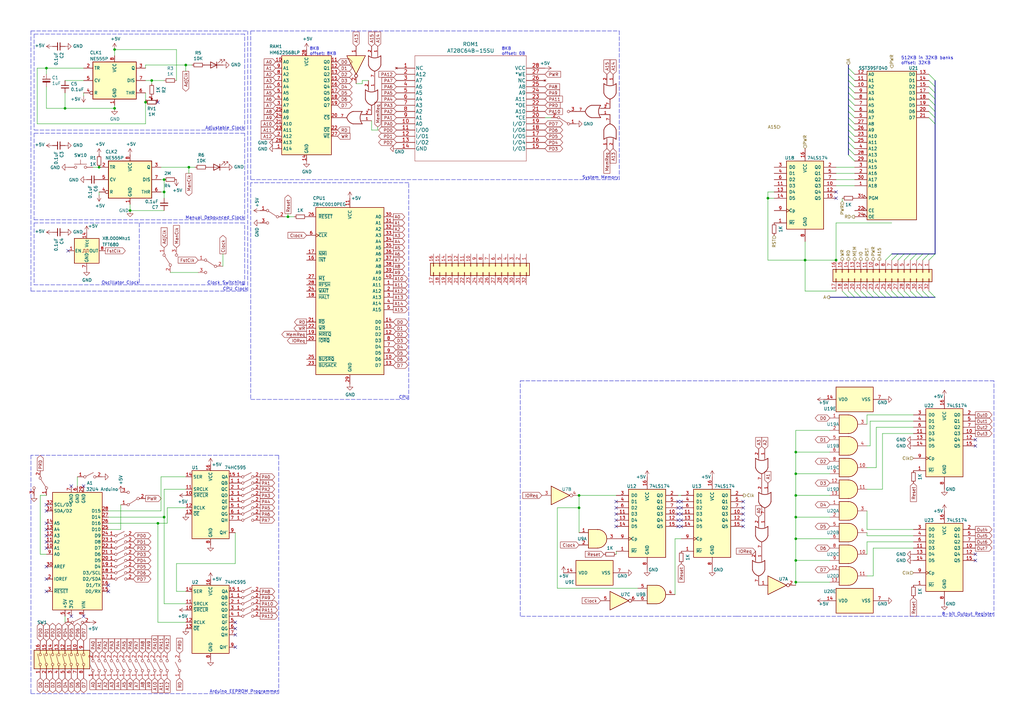
<source format=kicad_sch>
(kicad_sch (version 20211123) (generator eeschema)
  (paper "A3")
  (title_block (title "z80 Computer") (date "2022-02-11") (rev "1.4") (company "T. van de Weg"))
  (junction (at 237.49 203.2))
  (junction (at 40.64 68.58))
  (junction (at 67.31 73.66))
  (junction (at 67.31 212.09))
  (junction (at 76.2 26.67))
  (junction (at 237.49 208.28))
  (junction (at 326.39 185.42))
  (junction (at 326.39 238.76))
  (junction (at 62.23 33.02))
  (junction (at 326.39 203.2))
  (junction (at 326.39 220.98))
  (junction (at 77.47 68.58))
  (junction (at 64.77 214.63))
  (junction (at 46.99 20.32))
  (junction (at 67.31 78.74))
  (junction (at 26.67 44.45))
  (junction (at 342.9 106.68))
  (junction (at 326.39 212.09))
  (junction (at 314.96 81.28))
  (junction (at 46.99 44.45))
  (junction (at 59.69 41.91))
  (junction (at 330.2 106.68))
  (junction (at 326.39 194.31))
  (junction (at 19.05 27.94))
  (junction (at 326.39 229.87))
  (junction (at 118.11 88.9))
  (junction (at 53.34 86.36))
  (no_connect (at 64.77 41.91))
  (no_connect (at 400.05 229.87))
  (no_connect (at 400.05 182.88))
  (no_connect (at 19.05 237.49))
  (no_connect (at 96.52 255.27))
  (no_connect (at 19.05 219.71))
  (no_connect (at 19.05 209.55))
  (no_connect (at 96.52 257.81))
  (no_connect (at 342.9 81.28))
  (no_connect (at 96.52 265.43))
  (no_connect (at 19.05 222.25))
  (no_connect (at 400.05 180.34))
  (no_connect (at 279.4 215.9))
  (no_connect (at 279.4 213.36))
  (no_connect (at 279.4 210.82))
  (no_connect (at 279.4 208.28))
  (no_connect (at 304.8 210.82))
  (no_connect (at 304.8 208.28))
  (no_connect (at 304.8 205.74))
  (no_connect (at 304.8 213.36))
  (no_connect (at 304.8 215.9))
  (no_connect (at 278.13 215.9))
  (no_connect (at 278.13 213.36))
  (no_connect (at 278.13 210.82))
  (no_connect (at 278.13 208.28))
  (no_connect (at 279.4 205.74))
  (no_connect (at 278.13 205.74))
  (no_connect (at 252.73 213.36))
  (no_connect (at 252.73 208.28))
  (no_connect (at 252.73 205.74))
  (no_connect (at 252.73 215.9))
  (no_connect (at 252.73 210.82))
  (no_connect (at 27.94 102.87))
  (no_connect (at 34.29 252.73))
  (no_connect (at 19.05 232.41))
  (no_connect (at 96.52 260.35))
  (no_connect (at 19.05 224.79))
  (no_connect (at 29.21 252.73))
  (no_connect (at 44.45 240.03))
  (no_connect (at 19.05 214.63))
  (no_connect (at 400.05 227.33))
  (no_connect (at 19.05 242.57))
  (no_connect (at 44.45 242.57))
  (no_connect (at 19.05 207.01))
  (no_connect (at 34.29 199.39))
  (no_connect (at 19.05 217.17))
  (no_connect (at 342.9 78.74))
  (no_connect (at 29.21 199.39))
  (bus_entry (at 350.52 45.72) (size -2.54 -2.54))
  (bus_entry (at 350.52 38.1) (size -2.54 -2.54))
  (bus_entry (at 370.84 106.68) (size 2.54 -2.54))
  (bus_entry (at 350.52 30.48) (size -2.54 -2.54))
  (bus_entry (at 350.52 35.56) (size -2.54 -2.54))
  (bus_entry (at 373.38 119.38) (size 2.54 2.54))
  (bus_entry (at 373.38 106.68) (size 2.54 -2.54))
  (bus_entry (at 350.52 63.5) (size -2.54 -2.54))
  (bus_entry (at 350.52 66.04) (size -2.54 -2.54))
  (bus_entry (at 347.98 119.38) (size 2.54 2.54))
  (bus_entry (at 350.52 48.26) (size -2.54 -2.54))
  (bus_entry (at 381 30.48) (size 2.54 2.54))
  (bus_entry (at 350.52 119.38) (size 2.54 2.54))
  (bus_entry (at 381 43.18) (size 2.54 2.54))
  (bus_entry (at 365.76 119.38) (size 2.54 2.54))
  (bus_entry (at 350.52 43.18) (size -2.54 -2.54))
  (bus_entry (at 363.22 119.38) (size 2.54 2.54))
  (bus_entry (at 365.76 106.68) (size 2.54 -2.54))
  (bus_entry (at 378.46 119.38) (size 2.54 2.54))
  (bus_entry (at 353.06 119.38) (size 2.54 2.54))
  (bus_entry (at 381 38.1) (size 2.54 2.54))
  (bus_entry (at 381 45.72) (size 2.54 2.54))
  (bus_entry (at 381 33.02) (size 2.54 2.54))
  (bus_entry (at 381 40.64) (size 2.54 2.54))
  (bus_entry (at 350.52 50.8) (size -2.54 -2.54))
  (bus_entry (at 381 106.68) (size 2.54 -2.54))
  (bus_entry (at 360.68 119.38) (size 2.54 2.54))
  (bus_entry (at 370.84 119.38) (size 2.54 2.54))
  (bus_entry (at 350.52 40.64) (size -2.54 -2.54))
  (bus_entry (at 350.52 53.34) (size -2.54 -2.54))
  (bus_entry (at 368.3 119.38) (size 2.54 2.54))
  (bus_entry (at 350.52 60.96) (size -2.54 -2.54))
  (bus_entry (at 350.52 58.42) (size -2.54 -2.54))
  (bus_entry (at 368.3 106.68) (size 2.54 -2.54))
  (bus_entry (at 381 119.38) (size 2.54 2.54))
  (bus_entry (at 345.44 119.38) (size 2.54 2.54))
  (bus_entry (at 375.92 119.38) (size 2.54 2.54))
  (bus_entry (at 350.52 33.02) (size -2.54 -2.54))
  (bus_entry (at 381 48.26) (size 2.54 2.54))
  (bus_entry (at 375.92 106.68) (size 2.54 -2.54))
  (bus_entry (at 381 35.56) (size 2.54 2.54))
  (bus_entry (at 358.14 119.38) (size 2.54 2.54))
  (bus_entry (at 363.22 106.68) (size 2.54 -2.54))
  (bus_entry (at 378.46 106.68) (size 2.54 -2.54))
  (bus_entry (at 355.6 119.38) (size 2.54 2.54))
  (bus_entry (at 350.52 55.88) (size -2.54 -2.54))
  (wire (pts (xy 326.39 185.42) (xy 326.39 194.31)))
  (bus (pts (xy 347.98 33.02) (xy 347.98 35.56)))
  (wire (pts (xy 330.2 106.68) (xy 314.96 106.68)))
  (wire (pts (xy 355.6 182.88) (xy 356.87 182.88)))
  (wire (pts (xy 342.9 91.44) (xy 365.76 91.44)))
  (wire (pts (xy 152.4 53.34) (xy 154.94 53.34)))
  (polyline (pts (xy 12.7 186.69) (xy 12.7 284.48)))
  (wire (pts (xy 72.39 231.14) (xy 72.39 242.57)))
  (bus (pts (xy 347.98 50.8) (xy 347.98 53.34)))
  (wire (pts (xy 67.31 200.66) (xy 67.31 212.09)))
  (wire (pts (xy 49.53 207.01) (xy 49.53 217.17)))
  (wire (pts (xy 40.64 78.74) (xy 40.64 80.01)))
  (wire (pts (xy 67.31 86.36) (xy 53.34 86.36)))
  (wire (pts (xy 67.31 78.74) (xy 67.31 73.66)))
  (polyline (pts (xy 13.97 54.61) (xy 13.97 90.17)))
  (bus (pts (xy 340.36 121.92) (xy 347.98 121.92)))
  (wire (pts (xy 76.2 200.66) (xy 67.31 200.66)))
  (wire (pts (xy 340.36 176.53) (xy 326.39 176.53)))
  (wire (pts (xy 355.6 219.71) (xy 374.65 219.71)))
  (polyline (pts (xy 102.87 74.93) (xy 102.87 163.83)))
  (bus (pts (xy 378.46 104.14) (xy 381 104.14)))
  (bus (pts (xy 383.54 45.72) (xy 383.54 48.26)))
  (wire (pts (xy 19.05 44.45) (xy 26.67 44.45)))
  (wire (pts (xy 326.39 238.76) (xy 326.39 240.03)))
  (wire (pts (xy 340.36 203.2) (xy 326.39 203.2)))
  (wire (pts (xy 44.45 212.09) (xy 67.31 212.09)))
  (wire (pts (xy 340.36 194.31) (xy 326.39 194.31)))
  (wire (pts (xy 237.49 208.28) (xy 237.49 218.44)))
  (wire (pts (xy 26.67 44.45) (xy 46.99 44.45)))
  (polyline (pts (xy 12.7 12.7) (xy 101.6 12.7)))
  (polyline (pts (xy 167.64 163.83) (xy 167.64 74.93)))
  (wire (pts (xy 53.34 83.82) (xy 53.34 86.36)))
  (wire (pts (xy 91.44 109.22) (xy 91.44 104.14)))
  (wire (pts (xy 34.29 27.94) (xy 19.05 27.94)))
  (wire (pts (xy 355.6 227.33) (xy 355.6 222.25)))
  (bus (pts (xy 383.54 40.64) (xy 383.54 43.18)))
  (wire (pts (xy 223.52 48.26) (xy 226.06 48.26)))
  (wire (pts (xy 355.6 218.44) (xy 355.6 219.71)))
  (wire (pts (xy 40.64 68.58) (xy 38.1 68.58)))
  (wire (pts (xy 237.49 208.28) (xy 228.6 208.28)))
  (wire (pts (xy 118.11 88.9) (xy 120.65 88.9)))
  (wire (pts (xy 34.29 38.1) (xy 34.29 39.37)))
  (wire (pts (xy 355.6 191.77) (xy 359.41 191.77)))
  (polyline (pts (xy 167.64 74.93) (xy 102.87 74.93)))
  (wire (pts (xy 72.39 242.57) (xy 76.2 242.57)))
  (wire (pts (xy 314.96 81.28) (xy 314.96 78.74)))
  (wire (pts (xy 359.41 175.26) (xy 374.65 175.26)))
  (bus (pts (xy 383.54 43.18) (xy 383.54 45.72)))
  (wire (pts (xy 345.44 81.28) (xy 345.44 82.55)))
  (bus (pts (xy 370.84 104.14) (xy 373.38 104.14)))
  (wire (pts (xy 116.84 88.9) (xy 118.11 88.9)))
  (polyline (pts (xy 102.87 12.7) (xy 254 12.7)))
  (polyline (pts (xy 13.97 91.44) (xy 13.97 116.84)))
  (bus (pts (xy 355.6 121.92) (xy 358.14 121.92)))
  (bus (pts (xy 381 104.14) (xy 383.54 104.14)))
  (wire (pts (xy 326.39 194.31) (xy 326.39 203.2)))
  (wire (pts (xy 67.31 78.74) (xy 66.04 78.74)))
  (wire (pts (xy 15.24 50.8) (xy 59.69 50.8)))
  (polyline (pts (xy 13.97 90.17) (xy 100.33 90.17)))
  (polyline (pts (xy 12.7 12.7) (xy 12.7 119.38)))
  (wire (pts (xy 278.13 203.2) (xy 279.4 203.2)))
  (polyline (pts (xy 12.7 284.48) (xy 114.3 284.48)))
  (bus (pts (xy 358.14 121.92) (xy 360.68 121.92)))
  (wire (pts (xy 26.67 252.73) (xy 26.67 255.27)))
  (wire (pts (xy 148.59 34.29) (xy 146.05 34.29)))
  (wire (pts (xy 19.05 27.94) (xy 19.05 30.48)))
  (wire (pts (xy 361.95 177.8) (xy 374.65 177.8)))
  (bus (pts (xy 347.98 40.64) (xy 347.98 43.18)))
  (wire (pts (xy 330.2 106.68) (xy 330.2 99.06)))
  (bus (pts (xy 378.46 121.92) (xy 381 121.92)))
  (bus (pts (xy 347.98 38.1) (xy 347.98 40.64)))
  (wire (pts (xy 355.6 209.55) (xy 355.6 217.17)))
  (wire (pts (xy 326.39 203.2) (xy 326.39 212.09)))
  (wire (pts (xy 67.31 33.02) (xy 62.23 33.02)))
  (polyline (pts (xy 100.33 54.61) (xy 13.97 54.61)))
  (wire (pts (xy 237.49 203.2) (xy 237.49 208.28)))
  (bus (pts (xy 347.98 27.94) (xy 347.98 30.48)))
  (wire (pts (xy 314.96 78.74) (xy 317.5 78.74)))
  (wire (pts (xy 326.39 212.09) (xy 326.39 220.98)))
  (wire (pts (xy 19.05 227.33) (xy 16.51 227.33)))
  (wire (pts (xy 342.9 106.68) (xy 330.2 106.68)))
  (wire (pts (xy 77.47 68.58) (xy 77.47 71.12)))
  (bus (pts (xy 347.98 53.34) (xy 347.98 55.88)))
  (polyline (pts (xy 13.97 13.97) (xy 13.97 53.34)))
  (wire (pts (xy 252.73 226.06) (xy 252.73 227.33)))
  (polyline (pts (xy 102.87 73.66) (xy 254 73.66)))
  (bus (pts (xy 347.98 26.67) (xy 347.98 27.94)))
  (wire (pts (xy 76.2 26.67) (xy 78.74 26.67)))
  (wire (pts (xy 64.77 255.27) (xy 64.77 214.63)))
  (polyline (pts (xy 57.15 91.44) (xy 57.15 116.84)))
  (wire (pts (xy 16.51 203.2) (xy 16.51 227.33)))
  (wire (pts (xy 355.6 236.22) (xy 358.14 236.22)))
  (bus (pts (xy 381 121.92) (xy 383.54 121.92)))
  (polyline (pts (xy 407.67 156.21) (xy 302.26 156.21)))
  (wire (pts (xy 46.99 20.32) (xy 46.99 22.86)))
  (polyline (pts (xy 254 12.7) (xy 254 73.66)))
  (wire (pts (xy 355.6 222.25) (xy 374.65 222.25)))
  (wire (pts (xy 49.53 217.17) (xy 44.45 217.17)))
  (bus (pts (xy 383.54 35.56) (xy 383.54 38.1)))
  (wire (pts (xy 44.45 209.55) (xy 66.04 209.55)))
  (polyline (pts (xy 114.3 186.69) (xy 12.7 186.69)))
  (wire (pts (xy 118.11 88.9) (xy 118.11 87.63)))
  (wire (pts (xy 76.2 247.65) (xy 67.31 247.65)))
  (wire (pts (xy 31.75 195.58) (xy 31.75 199.39)))
  (polyline (pts (xy 101.6 119.38) (xy 101.6 12.7)))
  (bus (pts (xy 347.98 60.96) (xy 347.98 63.5)))
  (wire (pts (xy 342.9 73.66) (xy 350.52 73.66)))
  (polyline (pts (xy 213.36 252.73) (xy 213.36 156.21)))
  (wire (pts (xy 26.67 38.1) (xy 26.67 44.45)))
  (polyline (pts (xy 407.67 252.73) (xy 407.67 156.21)))
  (wire (pts (xy 326.39 220.98) (xy 326.39 229.87)))
  (wire (pts (xy 330.2 119.38) (xy 330.2 106.68)))
  (wire (pts (xy 72.39 33.02) (xy 72.39 20.32)))
  (bus (pts (xy 347.98 45.72) (xy 347.98 48.26)))
  (wire (pts (xy 355.6 170.18) (xy 374.65 170.18)))
  (wire (pts (xy 19.05 27.94) (xy 15.24 27.94)))
  (wire (pts (xy 59.69 26.67) (xy 76.2 26.67)))
  (wire (pts (xy 69.85 111.76) (xy 81.28 111.76)))
  (bus (pts (xy 363.22 121.92) (xy 365.76 121.92)))
  (wire (pts (xy 59.69 41.91) (xy 59.69 38.1)))
  (wire (pts (xy 356.87 182.88) (xy 356.87 172.72)))
  (bus (pts (xy 347.98 30.48) (xy 347.98 33.02)))
  (wire (pts (xy 72.39 20.32) (xy 46.99 20.32)))
  (bus (pts (xy 347.98 43.18) (xy 347.98 45.72)))
  (wire (pts (xy 350.52 71.12) (xy 342.9 71.12)))
  (wire (pts (xy 342.9 106.68) (xy 342.9 91.44)))
  (bus (pts (xy 370.84 121.92) (xy 373.38 121.92)))
  (wire (pts (xy 340.36 238.76) (xy 326.39 238.76)))
  (wire (pts (xy 358.14 236.22) (xy 358.14 224.79)))
  (wire (pts (xy 77.47 68.58) (xy 80.01 68.58)))
  (bus (pts (xy 383.54 48.26) (xy 383.54 50.8)))
  (wire (pts (xy 326.39 229.87) (xy 326.39 238.76)))
  (wire (pts (xy 340.36 220.98) (xy 326.39 220.98)))
  (wire (pts (xy 340.36 212.09) (xy 326.39 212.09)))
  (wire (pts (xy 148.59 33.02) (xy 148.59 34.29)))
  (polyline (pts (xy 100.33 116.84) (xy 100.33 91.44)))
  (wire (pts (xy 15.24 27.94) (xy 15.24 50.8)))
  (wire (pts (xy 355.6 217.17) (xy 374.65 217.17)))
  (wire (pts (xy 359.41 191.77) (xy 359.41 175.26)))
  (wire (pts (xy 59.69 50.8) (xy 59.69 41.91)))
  (wire (pts (xy 77.47 68.58) (xy 66.04 68.58)))
  (wire (pts (xy 276.86 220.98) (xy 276.86 243.84)))
  (wire (pts (xy 96.52 218.44) (xy 96.52 231.14)))
  (wire (pts (xy 228.6 241.3) (xy 261.62 241.3)))
  (polyline (pts (xy 302.26 252.73) (xy 407.67 252.73)))
  (bus (pts (xy 350.52 121.92) (xy 353.06 121.92)))
  (wire (pts (xy 356.87 172.72) (xy 374.65 172.72)))
  (wire (pts (xy 314.96 106.68) (xy 314.96 81.28)))
  (bus (pts (xy 368.3 121.92) (xy 370.84 121.92)))
  (polyline (pts (xy 102.87 163.83) (xy 167.64 163.83)))
  (polyline (pts (xy 114.3 284.48) (xy 114.3 186.69)))
  (bus (pts (xy 347.98 35.56) (xy 347.98 38.1)))
  (bus (pts (xy 353.06 121.92) (xy 355.6 121.92)))
  (polyline (pts (xy 12.7 119.38) (xy 101.6 119.38)))
  (polyline (pts (xy 100.33 90.17) (xy 100.33 54.61)))
  (polyline (pts (xy 100.33 13.97) (xy 13.97 13.97)))
  (polyline (pts (xy 13.97 116.84) (xy 100.33 116.84)))
  (polyline (pts (xy 102.87 73.66) (xy 102.87 12.7)))
  (bus (pts (xy 347.98 48.26) (xy 347.98 50.8)))
  (wire (pts (xy 342.9 119.38) (xy 330.2 119.38)))
  (wire (pts (xy 237.49 203.2) (xy 252.73 203.2)))
  (wire (pts (xy 358.14 224.79) (xy 374.65 224.79)))
  (wire (pts (xy 19.05 35.56) (xy 19.05 44.45)))
  (wire (pts (xy 326.39 176.53) (xy 326.39 185.42)))
  (bus (pts (xy 347.98 58.42) (xy 347.98 60.96)))
  (polyline (pts (xy 100.33 53.34) (xy 100.33 13.97)))
  (polyline (pts (xy 302.26 252.73) (xy 213.36 252.73)))
  (wire (pts (xy 62.23 33.02) (xy 59.69 33.02)))
  (polyline (pts (xy 213.36 156.21) (xy 302.26 156.21)))
  (wire (pts (xy 355.6 173.99) (xy 355.6 170.18)))
  (wire (pts (xy 152.4 53.34) (xy 152.4 49.53)))
  (wire (pts (xy 314.96 81.28) (xy 317.5 81.28)))
  (wire (pts (xy 228.6 208.28) (xy 228.6 241.3)))
  (bus (pts (xy 373.38 121.92) (xy 375.92 121.92)))
  (wire (pts (xy 96.52 231.14) (xy 72.39 231.14)))
  (wire (pts (xy 67.31 81.28) (xy 67.31 78.74)))
  (bus (pts (xy 347.98 121.92) (xy 350.52 121.92)))
  (bus (pts (xy 383.54 50.8) (xy 383.54 104.14)))
  (bus (pts (xy 365.76 104.14) (xy 368.3 104.14)))
  (wire (pts (xy 361.95 200.66) (xy 361.95 177.8)))
  (wire (pts (xy 67.31 247.65) (xy 67.31 212.09)))
  (bus (pts (xy 375.92 121.92) (xy 378.46 121.92)))
  (wire (pts (xy 340.36 185.42) (xy 326.39 185.42)))
  (wire (pts (xy 350.52 76.2) (xy 342.9 76.2)))
  (bus (pts (xy 368.3 104.14) (xy 370.84 104.14)))
  (wire (pts (xy 355.6 200.66) (xy 361.95 200.66)))
  (wire (pts (xy 340.36 229.87) (xy 326.39 229.87)))
  (wire (pts (xy 34.29 33.02) (xy 26.67 33.02)))
  (polyline (pts (xy 100.33 53.34) (xy 13.97 53.34)))
  (wire (pts (xy 76.2 26.67) (xy 76.2 29.21)))
  (wire (pts (xy 151.13 33.02) (xy 148.59 33.02)))
  (wire (pts (xy 276.86 220.98) (xy 279.4 220.98)))
  (wire (pts (xy 67.31 73.66) (xy 66.04 73.66)))
  (wire (pts (xy 62.23 33.02) (xy 62.23 34.29)))
  (wire (pts (xy 66.04 195.58) (xy 76.2 195.58)))
  (bus (pts (xy 373.38 104.14) (xy 375.92 104.14)))
  (bus (pts (xy 360.68 121.92) (xy 363.22 121.92)))
  (polyline (pts (xy 13.97 91.44) (xy 100.33 91.44)))
  (wire (pts (xy 44.45 214.63) (xy 64.77 214.63)))
  (wire (pts (xy 68.58 214.63) (xy 64.77 214.63)))
  (wire (pts (xy 68.58 208.28) (xy 68.58 214.63)))
  (bus (pts (xy 347.98 55.88) (xy 347.98 58.42)))
  (wire (pts (xy 154.94 53.34) (xy 154.94 52.07)))
  (wire (pts (xy 66.04 209.55) (xy 66.04 195.58)))
  (wire (pts (xy 76.2 255.27) (xy 64.77 255.27)))
  (wire (pts (xy 46.99 43.18) (xy 46.99 44.45)))
  (wire (pts (xy 59.69 27.94) (xy 59.69 26.67)))
  (wire (pts (xy 19.05 203.2) (xy 16.51 203.2)))
  (wire (pts (xy 342.9 68.58) (xy 350.52 68.58)))
  (bus (pts (xy 375.92 104.14) (xy 378.46 104.14)))
  (bus (pts (xy 383.54 33.02) (xy 383.54 35.56)))
  (wire (pts (xy 76.2 208.28) (xy 68.58 208.28)))
  (bus (pts (xy 365.76 121.92) (xy 368.3 121.92)))
  (bus (pts (xy 383.54 38.1) (xy 383.54 40.64)))
  (text "Arduino EEPROM Programmer" (at 114.3 284.48 180) (effects (font (size 1.27 1.27)) (justify right bottom)))
  (text "System Memory" (at 238.76 73.66 0) (effects (font (size 1.27 1.27)) (justify left bottom)))
  (text "Adjustable Clock" (at 100.33 53.34 180) (effects (font (size 1.27 1.27)) (justify right bottom)))
  (text "512KB in 32KB banks\noffset: 32KB" (at 369.57 26.67 0) (effects (font (size 1.27 1.27)) (justify left bottom)))
  (text "Oscillator Clock" (at 57.15 116.84 180) (effects (font (size 1.27 1.27)) (justify right bottom)))
  (text "Clock Switching" (at 100.33 116.84 180) (effects (font (size 1.27 1.27)) (justify right bottom)))
  (text "CPU Clock" (at 101.6 119.38 180) (effects (font (size 1.27 1.27)) (justify right bottom)))
  (text "CPU" (at 167.64 163.83 180) (effects (font (size 1.27 1.27)) (justify right bottom)))
  (text "8-bit Output Register" (at 407.67 252.73 180) (effects (font (size 1.27 1.27)) (justify right bottom)))
  (text "8KB\noffset: 8KB" (at 127 22.86 0) (effects (font (size 1.27 1.27)) (justify left bottom)))
  (text "8KB\noffset: 0B" (at 205.74 22.86 0) (effects (font (size 1.27 1.27)) (justify left bottom)))
  (text "Manual Debounced Clock" (at 100.33 90.17 180) (effects (font (size 1.27 1.27)) (justify right bottom)))
  (global_label "A6" (shape input) (at 53.34 278.13 270) (property "Intersheet References" "${INTERSHEET_REFS}" (effects hide)))
  (global_label "PA11" (shape input) (at 66.04 267.97 90) (property "Intersheet References" "${INTERSHEET_REFS}" (effects hide)))
  (global_label "D4" (shape bidirectional) (at 26.67 278.13 270) (property "Intersheet References" "${INTERSHEET_REFS}" (effects hide)))
  (global_label "A5" (shape output) (at 161.29 101.6 0) (property "Intersheet References" "${INTERSHEET_REFS}" (effects hide)))
  (global_label "A15" (shape output) (at 161.29 127 0) (property "Intersheet References" "${INTERSHEET_REFS}" (effects hide)))
  (global_label "D0" (shape bidirectional) (at 16.51 278.13 270) (property "Intersheet References" "${INTERSHEET_REFS}" (effects hide)))
  (global_label "A13" (shape output) (at 161.29 121.92 0) (property "Intersheet References" "${INTERSHEET_REFS}" (effects hide)))
  (global_label "Reset" (shape input) (at 279.4 231.14 270) (property "Intersheet References" "${INTERSHEET_REFS}" (effects hide)))
  (global_label "MemReq" (shape input) (at 154.94 52.07 90) (property "Intersheet References" "${INTERSHEET_REFS}" (effects hide)))
  (global_label "PD3" (shape bidirectional) (at 223.52 60.96 0) (property "Intersheet References" "${INTERSHEET_REFS}" (effects hide)))
  (global_label "Out3" (shape output) (at 400.05 177.8 0) (property "Intersheet References" "${INTERSHEET_REFS}" (effects hide)))
  (global_label "A13" (shape input) (at 251.46 60.96 270) (property "Intersheet References" "${INTERSHEET_REFS}" (effects hide)))
  (global_label "PD4" (shape bidirectional) (at 26.67 262.89 90) (property "Intersheet References" "${INTERSHEET_REFS}" (effects hide)))
  (global_label "IOReq" (shape input) (at 309.88 226.06 180) (property "Intersheet References" "${INTERSHEET_REFS}" (effects hide)))
  (global_label "A3" (shape input) (at 311.15 184.15 90) (property "Intersheet References" "${INTERSHEET_REFS}" (effects hide)))
  (global_label "A8" (shape output) (at 161.29 109.22 0) (property "Intersheet References" "${INTERSHEET_REFS}" (effects hide)))
  (global_label "PD7" (shape bidirectional) (at 223.52 50.8 0) (property "Intersheet References" "${INTERSHEET_REFS}" (effects hide)))
  (global_label "A7" (shape input) (at 55.88 278.13 270) (property "Intersheet References" "${INTERSHEET_REFS}" (effects hide)))
  (global_label "ManClk" (shape output) (at 77.47 71.12 270) (property "Intersheet References" "${INTERSHEET_REFS}" (effects hide)))
  (global_label "PD2" (shape bidirectional) (at 21.59 262.89 90) (property "Intersheet References" "${INTERSHEET_REFS}" (effects hide)))
  (global_label "Clock" (shape input) (at 125.73 96.52 180) (property "Intersheet References" "${INTERSHEET_REFS}" (effects hide)))
  (global_label "A3" (shape output) (at 161.29 96.52 0) (property "Intersheet References" "${INTERSHEET_REFS}" (effects hide)))
  (global_label "A15" (shape input) (at 248.92 30.48 90) (property "Intersheet References" "${INTERSHEET_REFS}" (effects hide)))
  (global_label "Clock" (shape output) (at 91.44 104.14 90) (property "Intersheet References" "${INTERSHEET_REFS}" (effects hide)))
  (global_label "A1" (shape input) (at 113.03 27.94 180) (property "Intersheet References" "${INTERSHEET_REFS}" (effects hide)))
  (global_label "D6" (shape bidirectional) (at 31.75 278.13 270) (property "Intersheet References" "${INTERSHEET_REFS}" (effects hide)))
  (global_label "Clock" (shape input) (at 246.38 246.38 180) (property "Intersheet References" "${INTERSHEET_REFS}" (effects hide)))
  (global_label "D0" (shape bidirectional) (at 138.43 25.4 0) (property "Intersheet References" "${INTERSHEET_REFS}" (effects hide)))
  (global_label "Reset" (shape input) (at 374.65 245.11 270) (property "Intersheet References" "${INTERSHEET_REFS}" (effects hide)))
  (global_label "PD4" (shape bidirectional) (at 223.52 58.42 0) (property "Intersheet References" "${INTERSHEET_REFS}" (effects hide)))
  (global_label "D7" (shape bidirectional) (at 138.43 43.18 0) (property "Intersheet References" "${INTERSHEET_REFS}" (effects hide)))
  (global_label "PRD" (shape input) (at 73.66 267.97 90) (property "Intersheet References" "${INTERSHEET_REFS}" (effects hide)))
  (global_label "WR" (shape output) (at 125.73 134.62 180) (property "Intersheet References" "${INTERSHEET_REFS}" (effects hide)))
  (global_label "PWR" (shape output) (at 59.69 204.47 0) (property "Intersheet References" "${INTERSHEET_REFS}" (effects hide)))
  (global_label "PA8" (shape output) (at 106.68 242.57 0) (property "Intersheet References" "${INTERSHEET_REFS}" (effects hide)))
  (global_label "Out6" (shape output) (at 400.05 222.25 0) (property "Intersheet References" "${INTERSHEET_REFS}" (effects hide)))
  (global_label "PA10" (shape input) (at 223.52 45.72 0) (property "Intersheet References" "${INTERSHEET_REFS}" (effects hide)))
  (global_label "D2" (shape bidirectional) (at 21.59 278.13 270) (property "Intersheet References" "${INTERSHEET_REFS}" (effects hide)))
  (global_label "A14" (shape output) (at 161.29 124.46 0) (property "Intersheet References" "${INTERSHEET_REFS}" (effects hide)))
  (global_label "PA9" (shape output) (at 106.68 245.11 0) (property "Intersheet References" "${INTERSHEET_REFS}" (effects hide)))
  (global_label "PA0" (shape input) (at 162.56 50.8 180) (property "Intersheet References" "${INTERSHEET_REFS}" (effects hide)))
  (global_label "D4" (shape bidirectional) (at 138.43 35.56 0) (property "Intersheet References" "${INTERSHEET_REFS}" (effects hide)))
  (global_label "A4" (shape input) (at 48.26 278.13 270) (property "Intersheet References" "${INTERSHEET_REFS}" (effects hide)))
  (global_label "D3" (shape bidirectional) (at 340.36 198.12 180) (property "Intersheet References" "${INTERSHEET_REFS}" (effects hide)))
  (global_label "PA9" (shape input) (at 60.96 267.97 90) (property "Intersheet References" "${INTERSHEET_REFS}" (effects hide)))
  (global_label "MemReq" (shape input) (at 248.92 60.96 270) (property "Intersheet References" "${INTERSHEET_REFS}" (effects hide)))
  (global_label "PA7" (shape output) (at 106.68 213.36 0) (property "Intersheet References" "${INTERSHEET_REFS}" (effects hide)))
  (global_label "PD3" (shape bidirectional) (at 24.13 262.89 90) (property "Intersheet References" "${INTERSHEET_REFS}" (effects hide)))
  (global_label "PD5" (shape bidirectional) (at 54.61 232.41 0) (property "Intersheet References" "${INTERSHEET_REFS}" (effects hide)))
  (global_label "D1" (shape bidirectional) (at 161.29 134.62 0) (property "Intersheet References" "${INTERSHEET_REFS}" (effects hide)))
  (global_label "RD" (shape input) (at 73.66 278.13 270) (property "Intersheet References" "${INTERSHEET_REFS}" (effects hide)))
  (global_label "A0" (shape input) (at 311.15 212.09 90) (property "Intersheet References" "${INTERSHEET_REFS}" (effects hide)))
  (global_label "PA8" (shape input) (at 223.52 35.56 0) (property "Intersheet References" "${INTERSHEET_REFS}" (effects hide)))
  (global_label "A2" (shape input) (at 313.69 184.15 90) (property "Intersheet References" "${INTERSHEET_REFS}" (effects hide)))
  (global_label "PA5" (shape input) (at 162.56 38.1 180) (property "Intersheet References" "${INTERSHEET_REFS}" (effects hide)))
  (global_label "PD1" (shape bidirectional) (at 54.61 222.25 0) (property "Intersheet References" "${INTERSHEET_REFS}" (effects hide)))
  (global_label "Clock" (shape input) (at 237.49 223.52 180) (property "Intersheet References" "${INTERSHEET_REFS}" (effects hide)))
  (global_label "PD6" (shape bidirectional) (at 223.52 53.34 0) (property "Intersheet References" "${INTERSHEET_REFS}" (effects hide)))
  (global_label "PD7" (shape bidirectional) (at 54.61 237.49 0) (property "Intersheet References" "${INTERSHEET_REFS}" (effects hide)))
  (global_label "D2" (shape bidirectional) (at 138.43 30.48 0) (property "Intersheet References" "${INTERSHEET_REFS}" (effects hide)))
  (global_label "Out2" (shape output) (at 400.05 175.26 0) (property "Intersheet References" "${INTERSHEET_REFS}" (effects hide)))
  (global_label "Out0" (shape output) (at 400.05 170.18 0) (property "Intersheet References" "${INTERSHEET_REFS}" (effects hide)))
  (global_label "A13" (shape input) (at 146.05 19.05 90) (property "Intersheet References" "${INTERSHEET_REFS}" (effects hide)))
  (global_label "WR" (shape input) (at 138.43 55.88 0) (property "Intersheet References" "${INTERSHEET_REFS}" (effects hide)))
  (global_label "RD" (shape output) (at 125.73 132.08 180) (property "Intersheet References" "${INTERSHEET_REFS}" (effects hide)))
  (global_label "PA4" (shape input) (at 48.26 267.97 90) (property "Intersheet References" "${INTERSHEET_REFS}" (effects hide)))
  (global_label "D7" (shape bidirectional) (at 161.29 149.86 0) (property "Intersheet References" "${INTERSHEET_REFS}" (effects hide)))
  (global_label "A1" (shape input) (at 314.96 198.12 90) (property "Intersheet References" "${INTERSHEET_REFS}" (effects hide)))
  (global_label "Reset" (shape input) (at 247.65 227.33 180) (property "Intersheet References" "${INTERSHEET_REFS}" (effects hide)))
  (global_label "A8" (shape input) (at 113.03 45.72 180) (property "Intersheet References" "${INTERSHEET_REFS}" (effects hide)))
  (global_label "PD7" (shape bidirectional) (at 34.29 262.89 90) (property "Intersheet References" "${INTERSHEET_REFS}" (effects hide)))
  (global_label "Out7" (shape output) (at 400.05 224.79 0) (property "Intersheet References" "${INTERSHEET_REFS}" (effects hide)))
  (global_label "Out5" (shape output) (at 400.05 219.71 0) (property "Intersheet References" "${INTERSHEET_REFS}" (effects hide)))
  (global_label "A1" (shape output) (at 161.29 91.44 0) (property "Intersheet References" "${INTERSHEET_REFS}" (effects hide)))
  (global_label "PA0" (shape output) (at 106.68 195.58 0) (property "Intersheet References" "${INTERSHEET_REFS}" (effects hide)))
  (global_label "PD0" (shape bidirectional) (at 16.51 262.89 90) (property "Intersheet References" "${INTERSHEET_REFS}" (effects hide)))
  (global_label "PA8" (shape input) (at 58.42 267.97 90) (property "Intersheet References" "${INTERSHEET_REFS}" (effects hide)))
  (global_label "A7" (shape output) (at 161.29 106.68 0) (property "Intersheet References" "${INTERSHEET_REFS}" (effects hide)))
  (global_label "D6" (shape bidirectional) (at 340.36 224.79 180) (property "Intersheet References" "${INTERSHEET_REFS}" (effects hide)))
  (global_label "PA6" (shape input) (at 53.34 267.97 90) (property "Intersheet References" "${INTERSHEET_REFS}" (effects hide)))
  (global_label "PA9" (shape input) (at 223.52 38.1 0) (property "Intersheet References" "${INTERSHEET_REFS}" (effects hide)))
  (global_label "PA12" (shape input) (at 162.56 30.48 180) (property "Intersheet References" "${INTERSHEET_REFS}" (effects hide)))
  (global_label "PD1" (shape bidirectional) (at 19.05 262.89 90) (property "Intersheet References" "${INTERSHEET_REFS}" (effects hide)))
  (global_label "PA12" (shape output) (at 106.68 252.73 0) (property "Intersheet References" "${INTERSHEET_REFS}" (effects hide)))
  (global_label "PD5" (shape bidirectional) (at 29.21 262.89 90) (property "Intersheet References" "${INTERSHEET_REFS}" (effects hide)))
  (global_label "PD2" (shape bidirectional) (at 162.56 58.42 180) (property "Intersheet References" "${INTERSHEET_REFS}" (effects hide)))
  (global_label "PA7" (shape input) (at 162.56 33.02 180) (property "Intersheet References" "${INTERSHEET_REFS}" (effects hide)))
  (global_label "FstClk" (shape input) (at 81.28 106.68 180) (property "Intersheet References" "${INTERSHEET_REFS}" (effects hide)))
  (global_label "PD5" (shape bidirectional) (at 223.52 55.88 0) (property "Intersheet References" "${INTERSHEET_REFS}" (effects hide)))
  (global_label "PA3" (shape input) (at 162.56 43.18 180) (property "Intersheet References" "${INTERSHEET_REFS}" (effects hide)))
  (global_label "D0" (shape bidirectional) (at 340.36 171.45 180) (property "Intersheet References" "${INTERSHEET_REFS}" (effects hide)))
  (global_label "A1" (shape input) (at 40.64 278.13 270) (property "Intersheet References" "${INTERSHEET_REFS}" (effects hide)))
  (global_label "PA3" (shape output) (at 106.68 203.2 0) (property "Intersheet References" "${INTERSHEET_REFS}" (effects hide)))
  (global_label "PA12" (shape input) (at 68.58 267.97 90) (property "Intersheet References" "${INTERSHEET_REFS}" (effects hide)))
  (global_label "A10" (shape input) (at 63.5 278.13 270) (property "Intersheet References" "${INTERSHEET_REFS}" (effects hide)))
  (global_label "D0" (shape bidirectional) (at 161.29 132.08 0) (property "Intersheet References" "${INTERSHEET_REFS}" (effects hide)))
  (global_label "A12" (shape input) (at 113.03 55.88 180) (property "Intersheet References" "${INTERSHEET_REFS}" (effects hide)))
  (global_label "PA1" (shape input) (at 162.56 48.26 180) (property "Intersheet References" "${INTERSHEET_REFS}" (effects hide)))
  (global_label "D5" (shape bidirectional) (at 29.21 278.13 270) (property "Intersheet References" "${INTERSHEET_REFS}" (effects hide)))
  (global_label "D4" (shape bidirectional) (at 340.36 207.01 180) (property "Intersheet References" "${INTERSHEET_REFS}" (effects hide)))
  (global_label "A10" (shape output) (at 161.29 114.3 0) (property "Intersheet References" "${INTERSHEET_REFS}" (effects hide)))
  (global_label "ManClk" (shape input) (at 72.39 101.6 90) (property "Intersheet References" "${INTERSHEET_REFS}" (effects hide)))
  (global_label "IOReq" (shape input) (at 222.25 203.2 180) (property "Intersheet References" "${INTERSHEET_REFS}" (effects hide)))
  (global_label "RD" (shape input) (at 138.43 53.34 0) (property "Intersheet References" "${INTERSHEET_REFS}" (effects hide)))
  (global_label "A0" (shape input) (at 38.1 278.13 270) (property "Intersheet References" "${INTERSHEET_REFS}" (effects hide)))
  (global_label "A10" (shape input) (at 113.03 50.8 180) (property "Intersheet References" "${INTERSHEET_REFS}" (effects hide)))
  (global_label "PD0" (shape bidirectional) (at 162.56 53.34 180) (property "Intersheet References" "${INTERSHEET_REFS}" (effects hide)))
  (global_label "PA2" (shape input) (at 43.18 267.97 90) (property "Intersheet References" "${INTERSHEET_REFS}" (effects hide)))
  (global_label "A9" (shape output) (at 161.29 111.76 0) (property "Intersheet References" "${INTERSHEET_REFS}" (effects hide)))
  (global_label "A11" (shape input) (at 66.04 278.13 270) (property "Intersheet References" "${INTERSHEET_REFS}" (effects hide)))
  (global_label "D5" (shape bidirectional) (at 340.36 215.9 180) (property "Intersheet References" "${INTERSHEET_REFS}" (effects hide)))
  (global_label "D1" (shape bidirectional) (at 340.36 180.34 180) (property "Intersheet References" "${INTERSHEET_REFS}" (effects hide)))
  (global_label "PRD" (shape input) (at 223.52 43.18 0) (property "Intersheet References" "${INTERSHEET_REFS}" (effects hide)))
  (global_label "Out1" (shape output) (at 400.05 172.72 0) (property "Intersheet References" "${INTERSHEET_REFS}" (effects hide)))
  (global_label "D5" (shape bidirectional) (at 161.29 144.78 0) (property "Intersheet References" "${INTERSHEET_REFS}" (effects hide)))
  (global_label "PD6" (shape bidirectional) (at 54.61 234.95 0) (property "Intersheet References" "${INTERSHEET_REFS}" (effects hide)))
  (global_label "PD0" (shape bidirectional) (at 54.61 219.71 0) (property "Intersheet References" "${INTERSHEET_REFS}" (effects hide)))
  (global_label "D7" (shape bidirectional) (at 340.36 233.68 180) (property "Intersheet References" "${INTERSHEET_REFS}" (effects hide)))
  (global_label "A9" (shape input) (at 113.03 48.26 180) (property "Intersheet References" "${INTERSHEET_REFS}" (effects hide)))
  (global_label "PA6" (shape output) (at 106.68 210.82 0) (property "Intersheet References" "${INTERSHEET_REFS}" (effects hide)))
  (global_label "A15" (shape input) (at 152.4 19.05 90) (property "Intersheet References" "${INTERSHEET_REFS}" (effects hide)))
  (global_label "A2" (shape input) (at 113.03 30.48 180) (property "Intersheet References" "${INTERSHEET_REFS}" (effects hide)))
  (global_label "A3" (shape input) (at 45.72 278.13 270) (property "Intersheet References" "${INTERSHEET_REFS}" (effects hide)))
  (global_label "PD1" (shape bidirectional) (at 162.56 55.88 180) (property "Intersheet References" "${INTERSHEET_REFS}" (effects hide)))
  (global_label "A0" (shape input) (at 113.03 25.4 180) (property "Intersheet References" "${INTERSHEET_REFS}" (effects hide)))
  (global_label "D3" (shape bidirectional) (at 161.29 139.7 0) (property "Intersheet References" "${INTERSHEET_REFS}" (effects hide)))
  (global_label "A5" (shape input) (at 113.03 38.1 180) (property "Intersheet References" "${INTERSHEET_REFS}" (effects hide)))
  (global_label "A7" (shape input) (at 113.03 43.18 180) (property "Intersheet References" "${INTERSHEET_REFS}" (effects hide)))
  (global_label "PA4" (shape output) (at 106.68 205.74 0) (property "Intersheet References" "${INTERSHEET_REFS}" (effects hide)))
  (global_label "PA3" (shape input) (at 45.72 267.97 90) (property "Intersheet References" "${INTERSHEET_REFS}" (effects hide)))
  (global_label "MemReq" (shape output) (at 125.73 137.16 180) (property "Intersheet References" "${INTERSHEET_REFS}" (effects hide)))
  (global_label "A12" (shape input) (at 68.58 278.13 270) (property "Intersheet References" "${INTERSHEET_REFS}" (effects hide)))
  (global_label "AdjClk" (shape input) (at 67.31 101.6 90) (property "Intersheet References" "${INTERSHEET_REFS}" (effects hide)))
  (global_label "A12" (shape output) (at 161.29 119.38 0) (property "Intersheet References" "${INTERSHEET_REFS}" (effects hide)))
  (global_label "Reset" (shape output) (at 118.11 87.63 90) (property "Intersheet References" "${INTERSHEET_REFS}" (effects hide)))
  (global_label "IOReq" (shape output) (at 125.73 139.7 180) (property "Intersheet References" "${INTERSHEET_REFS}" (effects hide)))
  (global_label "PA4" (shape input) (at 162.56 40.64 180) (property "Intersheet References" "${INTERSHEET_REFS}" (effects hide)))
  (global_label "D3" (shape bidirectional) (at 138.43 33.02 0) (property "Intersheet References" "${INTERSHEET_REFS}" (effects hide)))
  (global_label "A14" (shape input) (at 251.46 30.48 90) (property "Intersheet References" "${INTERSHEET_REFS}" (effects hide)))
  (global_label "PA1" (shape output) (at 106.68 198.12 0) (property "Intersheet References" "${INTERSHEET_REFS}" (effects hide)))
  (global_label "D2" (shape bidirectional) (at 340.36 189.23 180) (property "Intersheet References" "${INTERSHEET_REFS}" (effects hide)))
  (global_label "D1" (shape bidirectional) (at 138.43 27.94 0) (property "Intersheet References" "${INTERSHEET_REFS}" (effects hide)))
  (global_label "PA1" (shape input) (at 40.64 267.97 90) (property "Intersheet References" "${INTERSHEET_REFS}" (effects hide)))
  (global_label "PD4" (shape bidirectional) (at 54.61 229.87 0) (property "Intersheet References" "${INTERSHEET_REFS}" (effects hide)))
  (global_label "D2" (shape bidirectional) (at 161.29 137.16 0) (property "Intersheet References" "${INTERSHEET_REFS}" (effects hide)))
  (global_label "A11" (shape output) (at 161.29 116.84 0) (property "Intersheet References" "${INTERSHEET_REFS}" (effects hide)))
  (global_label "PA6" (shape input) (at 162.56 35.56 180) (property "Intersheet References" "${INTERSHEET_REFS}" (effects hide)))
  (global_label "PA2" (shape input) (at 162.56 45.72 180) (property "Intersheet References" "${INTERSHEET_REFS}" (effects hide)))
  (global_label "Out4" (shape output) (at 400.05 217.17 0) (property "Intersheet References" "${INTERSHEET_REFS}" (effects hide)))
  (global_label "PA11" (shape input) (at 223.52 40.64 0) (property "Intersheet References" "${INTERSHEET_REFS}" (effects hide)))
  (global_label "A5" (shape input) (at 50.8 278.13 270) (property "Intersheet References" "${INTERSHEET_REFS}" (effects hide)))
  (global_label "A4" (shape input) (at 113.03 35.56 180) (property "Intersheet References" "${INTERSHEET_REFS}" (effects hide)))
  (global_label "Reset" (shape input) (at 374.65 198.12 270) (property "Intersheet References" "${INTERSHEET_REFS}" (effects hide)))
  (global_label "D6" (shape bidirectional) (at 138.43 40.64 0) (property "Intersheet References" "${INTERSHEET_REFS}" (effects hide)))
  (global_label "D1" (shape bidirectional) (at 19.05 278.13 270) (property "Intersheet References" "${INTERSHEET_REFS}" (effects hide)))
  (global_label "A11" (shape input) (at 113.03 53.34 180) (property "Intersheet References" "${INTERSHEET_REFS}" (effects hide)))
  (global_label "D4" (shape bidirectional) (at 161.29 142.24 0) (property "Intersheet References" "${INTERSHEET_REFS}" (effects hide)))
  (global_label "A9" (shape input) (at 60.96 278.13 270) (property "Intersheet References" "${INTERSHEET_REFS}" (effects hide)))
  (global_label "D5" (shape bidirectional) (at 138.43 38.1 0) (property "Intersheet References" "${INTERSHEET_REFS}" (effects hide)))
  (global_label "PA2" (shape output) (at 106.68 200.66 0) (property "Intersheet References" "${INTERSHEET_REFS}" (effects hide)))
  (global_label "A6" (shape output) (at 161.29 104.14 0) (property "Intersheet References" "${INTERSHEET_REFS}" (effects hide)))
  (global_label "FstClk" (shape output) (at 43.18 102.87 0) (property "Intersheet References" "${INTERSHEET_REFS}" (effects hide)))
  (global_label "PA11" (shape output) (at 106.68 250.19 0) (property "Intersheet References" "${INTERSHEET_REFS}" (effects hide)))
  (global_label "PA7" (shape input) (at 55.88 267.97 90) (property "Intersheet References" "${INTERSHEET_REFS}" (effects hide)))
  (global_label "A2" (shape input) (at 43.18 278.13 270) (property "Intersheet References" "${INTERSHEET_REFS}" (effects hide)))
  (global_label "AdjClk" (shape output) (at 76.2 29.21 270) (property "Intersheet References" "${INTERSHEET_REFS}" (effects hide)))
  (global_label "PRD" (shape output) (at 16.51 193.04 90) (property "Intersheet References" "${INTERSHEET_REFS}" (effects hide)))
  (global_label "PA10" (shape input) (at 63.5 267.97 90) (property "Intersheet References" "${INTERSHEET_REFS}" (effects hide)))
  (global_label "A4" (shape output) (at 161.29 99.06 0) (property "Intersheet References" "${INTERSHEET_REFS}" (effects hide)))
  (global_label "A3" (shape input) (at 113.03 33.02 180) (property "Intersheet References" "${INTERSHEET_REFS}" (effects hide)))
  (global_label "A8" (shape input) (at 58.42 278.13 270) (property "Intersheet References" "${INTERSHEET_REFS}" (effects hide)))
  (global_label "PWR" (shape input) (at 223.52 30.48 0) (property "Intersheet References" "${INTERSHEET_REFS}" (effects hide)))
  (global_label "PD6" (shape bidirectional) (at 31.75 262.89 90) (property "Intersheet References" "${INTERSHEET_REFS}" (effects hide)))
  (global_label "PD2" (shape bidirectional) (at 54.61 224.79 0) (property "Intersheet References" "${INTERSHEET_REFS}" (effects hide)))
  (global_label "D6" (shape bidirectional) (at 161.29 147.32 0) (property "Intersheet References" "${INTERSHEET_REFS}" (effects hide)))
  (global_label "A6" (shape input) (at 113.03 40.64 180) (property "Intersheet References" "${INTERSHEET_REFS}" (effects hide)))
  (global_label "PD3" (shape bidirectional) (at 54.61 227.33 0) (property "Intersheet References" "${INTERSHEET_REFS}" (effects hide)))
  (global_label "A0" (shape output) (at 161.29 88.9 0) (property "Intersheet References" "${INTERSHEET_REFS}" (effects hide)))
  (global_label "PA10" (shape output) (at 106.68 247.65 0) (property "Intersheet References" "${INTERSHEET_REFS}" (effects hide)))
  (global_label "PA5" (shape output) (at 106.68 208.28 0) (property "Intersheet References" "${INTERSHEET_REFS}" (effects hide)))
  (global_label "A2" (shape output) (at 161.29 93.98 0) (property "Intersheet References" "${INTERSHEET_REFS}" (effects hide)))
  (global_label "PA0" (shape input) (at 38.1 267.97 90) (property "Intersheet References" "${INTERSHEET_REFS}" (effects hide)))
  (global_label "D3" (shape bidirectional) (at 24.13 278.13 270) (property "Intersheet References" "${INTERSHEET_REFS}" (effects hide)))
  (global_label "A14" (shape input) (at 154.94 19.05 90) (property "Intersheet References" "${INTERSHEET_REFS}" (effects hide)))
  (global_label "PA5" (shape input) (at 50.8 267.97 90) (property "Intersheet References" "${INTERSHEET_REFS}" (effects hide)))
  (global_label "D7" (shape bidirectional) (at 34.29 278.13 270) (property "Intersheet References" "${INTERSHEET_REFS}" (effects hide)))
  (hierarchical_label "Clk" (shape input) (at 374.65 187.96 180))
  (hierarchical_label "PWR" (shape input) (at 365.76 27.94 90))
  (hierarchical_label "IO" (shape output) (at 353.06 106.68 90))
  (hierarchical_label "Clk" (shape input) (at 374.65 234.95 180))
  (hierarchical_label "RST" (shape output) (at 355.6 106.68 90))
  (hierarchical_label "A" (shape input) (at 347.98 26.67 90))
  (hierarchical_label "RST" (shape input) (at 317.5 96.52 270))
  (hierarchical_label "A15" (shape input) (at 320.04 52.07 180))
  (hierarchical_label "RD" (shape output) (at 350.52 88.9 180))
  (hierarchical_label "PWR" (shape input) (at 345.44 82.55 270))
  (hierarchical_label "PWR" (shape output) (at 358.14 106.68 90))
  (hierarchical_label "Clk" (shape output) (at 304.8 203.2 0))
  (hierarchical_label "A15" (shape output) (at 360.68 106.68 90))
  (hierarchical_label "PWR" (shape input) (at 330.2 60.96 90))
  (hierarchical_label "RD" (shape output) (at 347.98 106.68 90))
  (hierarchical_label "WR" (shape output) (at 345.44 106.68 90))
  (hierarchical_label "MEM" (shape output) (at 350.52 106.68 90))
  (hierarchical_label "A" (shape output) (at 340.36 121.92 180))
  (symbol (lib_id "Timer:NE555P") (at 46.99 33.02 0) (unit 1)
    (property "Reference" "CLK1" (at 36.83 21.59 0) (effects (justify left)))
    (property "Value" "NE555P" (at 36.83 24.13 0) (effects (justify left)))
    (property "Footprint" "Package_DIP:DIP-8_W7.62mm" (effects hide))
    (property "Datasheet" "http://www.ti.com/lit/ds/symlink/ne555.pdf" (effects hide))
  )
  (symbol (lib_id "power:GND") (at 46.99 44.45 0) (unit 1)
    (property "Reference" "#PWR018" (effects hide))
    (property "Value" "GND" (at 47.117 48.8442 0))
  )
  (symbol (lib_id "power:+5V") (at 46.99 20.32 0) (unit 1)
    (property "Reference" "#PWR017" (effects hide))
    (property "Value" "+5V" (at 47.371 15.9258 0))
  )
  (symbol (lib_id "Device:CP_Small") (at 19.05 33.02 0) (unit 1)
    (property "Reference" "C1" (at 21.2852 31.8516 0) (effects (justify left)))
    (property "Value" "1uF" (at 21.2852 34.163 0) (effects (justify left)))
  )
  (symbol (lib_id "Device:C_Small") (at 26.67 35.56 0) (unit 1)
    (property "Reference" "C5" (at 29.0068 34.3916 0) (effects (justify left)))
    (property "Value" "0.1uF" (at 29.0068 36.703 0) (effects (justify left)))
  )
  (symbol (lib_id "power:+5V") (at 34.29 39.37 180) (unit 1)
    (property "Reference" "#PWR09" (effects hide))
    (property "Value" "+5V" (at 33.02 40.64 0) (effects (justify left)))
  )
  (symbol (lib_id "Device:R_Small") (at 69.85 33.02 270) (unit 1)
    (property "Reference" "R3" (at 69.85 28.0416 90))
    (property "Value" "1K" (at 69.85 30.353 90))
  )
  (symbol (lib_id "Device:LED") (at 87.63 26.67 180) (unit 1)
    (property "Reference" "D1" (effects hide))
    (property "Value" "LED" (effects hide))
  )
  (symbol (lib_id "Device:R_Small") (at 81.28 26.67 90) (unit 1)
    (property "Reference" "R5" (at 81.28 21.6916 90))
    (property "Value" "10K" (at 81.28 24.003 90))
  )
  (symbol (lib_id "power:GND") (at 91.44 26.67 90) (unit 1)
    (property "Reference" "#PWR031" (effects hide))
    (property "Value" "GND" (at 94.6912 26.543 90) (effects (justify right)))
  )
  (symbol (lib_id "Device:R_POT_Small") (at 62.23 41.91 90) (unit 1)
    (property "Reference" "RV1" (at 62.23 44.577 90))
    (property "Value" "1M" (at 62.23 46.8884 90))
  )
  (symbol (lib_id "Device:C_Small") (at 24.13 19.05 270) (unit 1)
    (property "Reference" "C2" (at 25.2984 21.3868 0) (effects (justify left)))
    (property "Value" "0.1uF" (at 22.987 21.3868 0) (effects (justify left)))
  )
  (symbol (lib_id "power:+5V") (at 21.59 19.05 90) (unit 1)
    (property "Reference" "#PWR02" (effects hide))
    (property "Value" "+5V" (at 18.3388 18.669 90) (effects (justify left)))
  )
  (symbol (lib_id "power:GND") (at 26.67 19.05 90) (unit 1)
    (property "Reference" "#PWR05" (effects hide))
    (property "Value" "GND" (at 29.9212 18.923 90) (effects (justify right)))
  )
  (symbol (lib_id "Device:R_Small") (at 62.23 36.83 180) (unit 1)
    (property "Reference" "R2" (at 67.2084 36.83 90))
    (property "Value" "1K" (at 64.897 36.83 90))
  )
  (symbol (lib_id "CPU:Z80CPU") (at 143.51 119.38 0) (unit 1)
    (property "Reference" "CPU1" (at 128.27 81.28 0) (effects (justify left)))
    (property "Value" "Z84C0010PEG" (at 128.27 83.82 0) (effects (justify left)))
    (property "Footprint" "Package_DIP:DIP-40_W15.24mm_Socket" (effects hide))
    (property "Datasheet" "www.zilog.com/manage_directlink.php?filepath=docs/z80/um0080" (effects hide))
  )
  (symbol (lib_id "power:+5V") (at 143.51 81.28 0) (unit 1)
    (property "Reference" "#PWR039" (effects hide))
    (property "Value" "+5V" (at 146.05 81.28 0))
  )
  (symbol (lib_id "power:GND") (at 143.51 157.48 0) (unit 1)
    (property "Reference" "#PWR040" (effects hide))
    (property "Value" "GND" (at 143.637 161.8742 0))
  )
  (symbol (lib_id "Timer:NE555P") (at 53.34 73.66 0) (unit 1)
    (property "Reference" "CLK2" (at 45.72 62.23 0))
    (property "Value" "NE555P" (at 46.99 64.77 0))
    (property "Footprint" "Package_DIP:DIP-8_W7.62mm" (effects hide))
    (property "Datasheet" "http://www.ti.com/lit/ds/symlink/ne555.pdf" (effects hide))
  )
  (symbol (lib_id "power:+5V") (at 53.34 63.5 0) (unit 1)
    (property "Reference" "#PWR020" (effects hide))
    (property "Value" "+5V" (at 53.721 59.1058 0))
  )
  (symbol (lib_id "power:GND") (at 53.34 86.36 0) (unit 1)
    (property "Reference" "#PWR021" (effects hide))
    (property "Value" "GND" (at 50.8 86.36 0))
  )
  (symbol (lib_id "Device:C_Small") (at 24.13 59.69 270) (unit 1)
    (property "Reference" "C3" (at 25.2984 62.0268 0) (effects (justify left)))
    (property "Value" "0.1uF" (at 22.987 62.0268 0) (effects (justify left)))
  )
  (symbol (lib_id "power:+5V") (at 21.59 59.69 90) (unit 1)
    (property "Reference" "#PWR03" (effects hide))
    (property "Value" "+5V" (at 18.3388 59.309 90) (effects (justify left)))
  )
  (symbol (lib_id "power:GND") (at 26.67 59.69 90) (unit 1)
    (property "Reference" "#PWR06" (effects hide))
    (property "Value" "GND" (at 29.9212 59.563 90) (effects (justify right)))
  )
  (symbol (lib_id "power:+5V") (at 40.64 63.5 0) (unit 1)
    (property "Reference" "#PWR014" (effects hide))
    (property "Value" "+5V" (at 41.021 59.1058 0))
  )
  (symbol (lib_id "Device:R_Small") (at 40.64 66.04 0) (unit 1)
    (property "Reference" "R1" (at 36.83 64.77 0) (effects (justify left)))
    (property "Value" "1K" (at 36.83 67.31 0) (effects (justify left)))
  )
  (symbol (lib_id "Switch:SW_Push") (at 33.02 68.58 0) (unit 1)
    (property "Reference" "SW10" (at 33.02 63.6778 0))
    (property "Value" "SW_Push" (effects hide))
  )
  (symbol (lib_id "power:GND") (at 27.94 68.58 270) (unit 1)
    (property "Reference" "#PWR08" (effects hide))
    (property "Value" "GND" (at 24.6888 68.707 90) (effects (justify right)))
  )
  (symbol (lib_id "power:+5V") (at 40.64 80.01 0) (mirror x) (unit 1)
    (property "Reference" "#PWR015" (effects hide))
    (property "Value" "+5V" (at 41.021 84.4042 0))
  )
  (symbol (lib_id "Device:LED") (at 88.9 68.58 180) (unit 1)
    (property "Reference" "D2" (effects hide))
    (property "Value" "LED" (effects hide))
  )
  (symbol (lib_id "Device:R_Small") (at 82.55 68.58 90) (unit 1)
    (property "Reference" "R6" (at 82.55 63.6016 90))
    (property "Value" "10K" (at 82.55 65.913 90))
  )
  (symbol (lib_id "power:GND") (at 92.71 68.58 90) (unit 1)
    (property "Reference" "#PWR032" (effects hide))
    (property "Value" "GND" (at 95.9612 68.453 90) (effects (justify right)))
  )
  (symbol (lib_id "Memory_RAM:HM62256BLP") (at 125.73 43.18 0) (unit 1)
    (property "Reference" "RAM1" (at 110.49 19.05 0) (effects (justify left)))
    (property "Value" "HM62256BLP" (at 110.49 21.59 0) (effects (justify left)))
    (property "Footprint" "Package_DIP:DIP-28_W15.24mm_Socket" (effects hide))
    (property "Datasheet" "https://web.mit.edu/6.115/www/document/62256.pdf" (effects hide))
  )
  (symbol (lib_id "power:GND") (at 113.03 60.96 270) (unit 1)
    (property "Reference" "#PWR036" (effects hide))
    (property "Value" "GND" (at 109.7788 61.087 90) (effects (justify right)))
  )
  (symbol (lib_id "power:GND") (at 125.73 66.04 0) (unit 1)
    (property "Reference" "#PWR038" (effects hide))
    (property "Value" "GND" (at 125.857 70.4342 0))
  )
  (symbol (lib_id "power:+5V") (at 125.73 20.32 0) (unit 1)
    (property "Reference" "#PWR037" (effects hide))
    (property "Value" "+5V" (at 126.111 15.9258 0))
  )
  (symbol (lib_id "Device:C_Small") (at 38.1 73.66 270) (unit 1)
    (property "Reference" "C6" (at 39.2684 75.9968 0) (effects (justify left)))
    (property "Value" "0.1uF" (at 36.957 75.9968 0) (effects (justify left)))
  )
  (symbol (lib_id "power:GND") (at 35.56 73.66 270) (unit 1)
    (property "Reference" "#PWR010" (effects hide))
    (property "Value" "GND" (at 32.3088 73.787 90) (effects (justify right)))
  )
  (symbol (lib_id "Device:C_Small") (at 67.31 83.82 180) (unit 1)
    (property "Reference" "C7" (at 64.9732 84.9884 0) (effects (justify left)))
    (property "Value" "0.1uF" (at 64.9732 82.677 0) (effects (justify left)))
  )
  (symbol (lib_id "Device:R_Small") (at 69.85 73.66 270) (unit 1)
    (property "Reference" "R4" (at 67.31 76.2 90) (effects (justify left)))
    (property "Value" "2M" (at 67.31 71.12 90) (effects (justify left)))
  )
  (symbol (lib_id "power:+5V") (at 72.39 73.66 0) (mirror x) (unit 1)
    (property "Reference" "#PWR022" (effects hide))
    (property "Value" "+5V" (at 72.771 78.0542 0))
  )
  (symbol (lib_id "Oscillator:TFT680") (at 35.56 102.87 0) (unit 1)
    (property "Reference" "X8.000Mhz1" (at 41.91 97.79 0) (effects (justify left)))
    (property "Value" "TFT680" (at 41.91 100.33 0) (effects (justify left)))
    (property "Footprint" "Oscillator:Oscillator_DIP-14" (effects hide))
    (property "Datasheet" "http://cdn-reichelt.de/documents/datenblatt/B400/OSZI.pdf" (effects hide))
  )
  (symbol (lib_id "power:+5V") (at 21.59 95.25 90) (unit 1)
    (property "Reference" "#PWR04" (effects hide))
    (property "Value" "+5V" (at 18.3388 94.869 90) (effects (justify left)))
  )
  (symbol (lib_id "Device:C_Small") (at 24.13 95.25 270) (unit 1)
    (property "Reference" "C4" (at 25.2984 97.5868 0) (effects (justify left)))
    (property "Value" "0.1uF" (at 22.987 97.5868 0) (effects (justify left)))
  )
  (symbol (lib_id "power:GND") (at 26.67 95.25 90) (unit 1)
    (property "Reference" "#PWR07" (effects hide))
    (property "Value" "GND" (at 29.9212 95.123 90) (effects (justify right)))
  )
  (symbol (lib_id "power:+5V") (at 35.56 95.25 0) (unit 1)
    (property "Reference" "#PWR011" (effects hide))
    (property "Value" "+5V" (at 38.1 92.71 0))
  )
  (symbol (lib_id "power:GND") (at 35.56 110.49 0) (unit 1)
    (property "Reference" "#PWR012" (effects hide))
    (property "Value" "GND" (at 35.687 114.8842 0))
  )
  (symbol (lib_id "Switch:SW_DPDT_x2") (at 69.85 106.68 90) (unit 1)
    (property "Reference" "SW35" (effects hide))
    (property "Value" "SW_DPDT_x2" (effects hide))
  )
  (symbol (lib_id "Switch:SW_DPDT_x2") (at 86.36 109.22 0) (mirror y) (unit 1)
    (property "Reference" "SW37" (effects hide))
    (property "Value" "SW_DPDT_x2" (effects hide))
  )
  (symbol (lib_id "power:GND") (at 113.03 58.42 270) (unit 1)
    (property "Reference" "#PWR035" (effects hide))
    (property "Value" "GND" (at 109.7788 58.547 90) (effects (justify right)))
  )
  (symbol (lib_id "z80-rescue:4069-4xxx") (at 146.05 26.67 270) (unit 1)
    (property "Reference" "U4" (effects hide))
    (property "Value" "4069" (effects hide))
    (property "Datasheet" "http://www.intersil.com/content/dam/Intersil/documents/cd40/cd4069ubms.pdf" (effects hide))
  )
  (symbol (lib_id "Switch:SW_SPST") (at 31.75 255.27 0) (unit 1)
    (property "Reference" "SW9" (effects hide))
    (property "Value" "SW_SPST" (effects hide))
  )
  (symbol (lib_id "74xx:74HC595") (at 86.36 205.74 0) (unit 1)
    (property "Reference" "U1" (at 80.01 191.77 0))
    (property "Value" "74HC595" (at 96.52 191.77 0))
    (property "Footprint" "Package_SO:SO-16_3.9x9.9mm_P1.27mm" (effects hide))
    (property "Datasheet" "http://www.ti.com/lit/ds/symlink/sn74hc595.pdf" (effects hide))
  )
  (symbol (lib_id "Switch:SW_SPST") (at 36.83 195.58 0) (unit 1)
    (property "Reference" "SW12" (effects hide))
    (property "Value" "SW_SPST" (effects hide))
  )
  (symbol (lib_id "74xx:74HC595") (at 86.36 252.73 0) (unit 1)
    (property "Reference" "U2" (at 80.01 238.76 0))
    (property "Value" "74HC595" (at 96.52 238.76 0))
    (property "Footprint" "Package_SO:SO-16_3.9x9.9mm_P1.27mm" (effects hide))
    (property "Datasheet" "http://www.ti.com/lit/ds/symlink/sn74hc595.pdf" (effects hide))
  )
  (symbol (lib_id "power:GND") (at 86.36 223.52 0) (unit 1)
    (property "Reference" "#PWR028" (effects hide))
    (property "Value" "GND" (effects hide))
  )
  (symbol (lib_id "power:GND") (at 86.36 270.51 0) (unit 1)
    (property "Reference" "#PWR030" (effects hide))
    (property "Value" "GND" (effects hide))
  )
  (symbol (lib_id "power:+5V") (at 86.36 190.5 0) (unit 1)
    (property "Reference" "#PWR027" (effects hide))
    (property "Value" "+5V" (at 88.9 190.5 0))
  )
  (symbol (lib_id "power:+5V") (at 86.36 237.49 0) (unit 1)
    (property "Reference" "#PWR029" (effects hide))
    (property "Value" "+5V" (at 88.9 237.49 0))
  )
  (symbol (lib_id "74xGxx:74AUC2G32") (at 242.57 45.72 180) (unit 1)
    (property "Reference" "U8" (effects hide))
    (property "Value" "74AUC2G32" (effects hide))
    (property "Datasheet" "http://www.ti.com/lit/sg/scyt129e/scyt129e.pdf" (effects hide))
  )
  (symbol (lib_id "Switch:SW_SPST") (at 73.66 273.05 90) (unit 1)
    (property "Reference" "SW36" (effects hide))
    (property "Value" "SW_SPST" (effects hide))
  )
  (symbol (lib_id "promicro:Sparkfun_Pro_Micro") (at 31.75 227.33 180) (unit 1)
    (property "Reference" "A1" (at 36.83 198.12 0))
    (property "Value" "32U4 Arduino" (at 41.91 200.66 0))
    (property "Footprint" "Package_DIP:DIP-24_W15.24mm_Socket" (effects hide))
    (property "Datasheet" "https://www.arduino.cc/en/Main/ArduinoBoardLeonardo" (effects hide))
  )
  (symbol (lib_id "74xGxx:74AUC2G32") (at 250.19 38.1 270) (unit 1)
    (property "Reference" "U10" (effects hide))
    (property "Value" "74AUC2G32" (effects hide))
    (property "Datasheet" "http://www.ti.com/lit/sg/scyt129e/scyt129e.pdf" (effects hide))
  )
  (symbol (lib_id "74xGxx:74AUC2G32") (at 250.19 53.34 90) (unit 1)
    (property "Reference" "U11" (effects hide))
    (property "Value" "74AUC2G32" (effects hide))
    (property "Datasheet" "http://www.ti.com/lit/sg/scyt129e/scyt129e.pdf" (effects hide))
  )
  (symbol (lib_id "74xGxx:74AUC2G32") (at 144.78 48.26 180) (unit 1)
    (property "Reference" "U3" (effects hide))
    (property "Value" "74AUC2G32" (effects hide))
    (property "Datasheet" "http://www.ti.com/lit/sg/scyt129e/scyt129e.pdf" (effects hide))
  )
  (symbol (lib_id "power:GND") (at 41.91 195.58 90) (unit 1)
    (property "Reference" "#PWR016" (effects hide))
    (property "Value" "GND" (effects hide))
  )
  (symbol (lib_id "power:+5V") (at 36.83 255.27 270) (unit 1)
    (property "Reference" "#PWR013" (effects hide))
    (property "Value" "+5V" (at 38.1 257.81 90))
  )
  (symbol (lib_id "PEEPROM:AT28C64B-15SU") (at 162.56 27.94 0) (unit 1)
    (property "Reference" "ROM1" (at 193.04 18.1102 0) (effects (font (size 1.524 1.524))))
    (property "Value" "AT28C64B-15SU" (at 193.04 20.8026 0) (effects (font (size 1.524 1.524))))
    (property "Footprint" "Package_DIP:DIP-28_W15.24mm_Socket" (effects hide))
  )
  (symbol (lib_id "power:+5V") (at 223.52 27.94 270) (unit 1)
    (property "Reference" "#PWR042" (effects hide))
    (property "Value" "+5V" (at 223.52 26.67 90) (effects (justify bottom)))
  )
  (symbol (lib_id "power:GND") (at 162.56 60.96 270) (unit 1)
    (property "Reference" "#PWR041" (effects hide))
    (property "Value" "GND" (at 163.83 62.23 90))
  )
  (symbol (lib_id "power:+5V") (at 76.2 250.19 90) (unit 1)
    (property "Reference" "#PWR025" (effects hide))
    (property "Value" "+5V" (at 74.93 252.73 90))
  )
  (symbol (lib_id "power:+5V") (at 76.2 203.2 90) (unit 1)
    (property "Reference" "#PWR023" (effects hide))
    (property "Value" "+5V" (at 74.93 205.74 90))
  )
  (symbol (lib_id "power:GND") (at 236.22 50.8 90) (unit 1)
    (property "Reference" "#PWR044" (effects hide))
    (property "Value" "GND" (at 241.3 50.8 90))
  )
  (symbol (lib_id "power:GND") (at 76.2 210.82 0) (unit 1)
    (property "Reference" "#PWR024" (effects hide))
    (property "Value" "GND" (effects hide))
  )
  (symbol (lib_id "power:GND") (at 76.2 257.81 0) (unit 1)
    (property "Reference" "#PWR026" (effects hide))
    (property "Value" "GND" (effects hide))
  )
  (symbol (lib_id "74xx:74LS174") (at 387.35 180.34 0) (unit 1)
    (property "Reference" "U22" (at 381 166.37 0))
    (property "Value" "74LS174" (at 392.43 166.37 0))
    (property "Footprint" "Package_SO:SO-16_5.3x10.2mm_P1.27mm" (effects hide))
    (property "Datasheet" "http://www.ti.com/lit/gpn/sn74LS174" (effects hide))
  )
  (symbol (lib_id "power:GND") (at 387.35 200.66 0) (unit 1)
    (property "Reference" "#PWR059" (effects hide))
    (property "Value" "GND" (at 389.89 200.66 0))
  )
  (symbol (lib_id "power:+5V") (at 387.35 162.56 0) (unit 1)
    (property "Reference" "#PWR058" (effects hide))
    (property "Value" "+5V" (at 384.81 162.56 0))
  )
  (symbol (lib_id "z80-rescue:4081-4xxx") (at 347.98 173.99 0) (unit 1)
    (property "Reference" "U19" (at 341.63 173.99 0))
    (property "Value" "4081" (effects hide))
    (property "Datasheet" "http://www.intersil.com/content/dam/Intersil/documents/cd40/cd4073bms-81bms-82bms.pdf" (effects hide))
  )
  (symbol (lib_id "z80-rescue:4081-4xxx") (at 347.98 182.88 0) (unit 2)
    (property "Reference" "U19" (at 341.63 182.88 0))
    (property "Value" "4081" (effects hide))
    (property "Datasheet" "http://www.intersil.com/content/dam/Intersil/documents/cd40/cd4073bms-81bms-82bms.pdf" (effects hide))
  )
  (symbol (lib_id "z80-rescue:4081-4xxx") (at 347.98 191.77 0) (unit 3)
    (property "Reference" "U19" (at 341.63 191.77 0))
    (property "Value" "4081" (effects hide))
    (property "Datasheet" "http://www.intersil.com/content/dam/Intersil/documents/cd40/cd4073bms-81bms-82bms.pdf" (effects hide))
  )
  (symbol (lib_id "z80-rescue:4081-4xxx") (at 347.98 200.66 0) (unit 4)
    (property "Reference" "U19" (at 341.63 200.66 0))
    (property "Value" "4081" (effects hide))
    (property "Datasheet" "http://www.intersil.com/content/dam/Intersil/documents/cd40/cd4073bms-81bms-82bms.pdf" (effects hide))
  )
  (symbol (lib_id "z80-rescue:4081-4xxx") (at 350.52 163.83 90) (unit 5)
    (property "Reference" "U19" (at 340.36 167.64 90))
    (property "Value" "4081" (effects hide))
    (property "Datasheet" "http://www.intersil.com/content/dam/Intersil/documents/cd40/cd4073bms-81bms-82bms.pdf" (effects hide))
  )
  (symbol (lib_id "Switch:SW_SPST") (at 101.6 195.58 0) (unit 1)
    (property "Reference" "SW38" (effects hide))
    (property "Value" "SW_SPST" (effects hide))
  )
  (symbol (lib_id "Switch:SW_SPST") (at 101.6 198.12 0) (unit 1)
    (property "Reference" "SW39" (effects hide))
    (property "Value" "SW_SPST" (effects hide))
  )
  (symbol (lib_id "Switch:SW_SPST") (at 101.6 200.66 0) (unit 1)
    (property "Reference" "SW40" (effects hide))
    (property "Value" "SW_SPST" (effects hide))
  )
  (symbol (lib_id "Switch:SW_SPST") (at 101.6 203.2 0) (unit 1)
    (property "Reference" "SW41" (effects hide))
    (property "Value" "SW_SPST" (effects hide))
  )
  (symbol (lib_id "Switch:SW_SPST") (at 101.6 205.74 0) (unit 1)
    (property "Reference" "SW42" (effects hide))
    (property "Value" "SW_SPST" (effects hide))
  )
  (symbol (lib_id "Switch:SW_SPST") (at 101.6 208.28 0) (unit 1)
    (property "Reference" "SW43" (effects hide))
    (property "Value" "SW_SPST" (effects hide))
  )
  (symbol (lib_id "Switch:SW_SPST") (at 101.6 210.82 0) (unit 1)
    (property "Reference" "SW44" (effects hide))
    (property "Value" "SW_SPST" (effects hide))
  )
  (symbol (lib_id "Switch:SW_SPST") (at 101.6 213.36 0) (unit 1)
    (property "Reference" "SW45" (effects hide))
    (property "Value" "SW_SPST" (effects hide))
  )
  (symbol (lib_id "z80-rescue:4081-4xxx") (at 347.98 209.55 0) (unit 1)
    (property "Reference" "U20" (at 341.63 209.55 0))
    (property "Value" "4081" (effects hide))
    (property "Datasheet" "http://www.intersil.com/content/dam/Intersil/documents/cd40/cd4073bms-81bms-82bms.pdf" (effects hide))
  )
  (symbol (lib_id "Switch:SW_SPST") (at 101.6 242.57 0) (unit 1)
    (property "Reference" "SW46" (effects hide))
    (property "Value" "SW_SPST" (effects hide))
  )
  (symbol (lib_id "Switch:SW_SPST") (at 101.6 245.11 0) (unit 1)
    (property "Reference" "SW47" (effects hide))
    (property "Value" "SW_SPST" (effects hide))
  )
  (symbol (lib_id "Switch:SW_SPST") (at 101.6 247.65 0) (unit 1)
    (property "Reference" "SW48" (effects hide))
    (property "Value" "SW_SPST" (effects hide))
  )
  (symbol (lib_id "z80-rescue:4081-4xxx") (at 347.98 218.44 0) (unit 2)
    (property "Reference" "U20" (at 341.63 218.44 0))
    (property "Value" "4081" (effects hide))
    (property "Datasheet" "http://www.intersil.com/content/dam/Intersil/documents/cd40/cd4073bms-81bms-82bms.pdf" (effects hide))
  )
  (symbol (lib_id "Switch:SW_SPST") (at 101.6 250.19 0) (unit 1)
    (property "Reference" "SW49" (effects hide))
    (property "Value" "SW_SPST" (effects hide))
  )
  (symbol (lib_id "Switch:SW_SPST") (at 101.6 252.73 0) (unit 1)
    (property "Reference" "SW50" (effects hide))
    (property "Value" "SW_SPST" (effects hide))
  )
  (symbol (lib_id "z80-rescue:4081-4xxx") (at 347.98 227.33 0) (unit 3)
    (property "Reference" "U20" (at 341.63 227.33 0))
    (property "Value" "4081" (effects hide))
    (property "Datasheet" "http://www.intersil.com/content/dam/Intersil/documents/cd40/cd4073bms-81bms-82bms.pdf" (effects hide))
  )
  (symbol (lib_id "z80-rescue:4081-4xxx") (at 347.98 236.22 0) (unit 4)
    (property "Reference" "U20" (at 341.63 236.22 0))
    (property "Value" "4081" (effects hide))
    (property "Datasheet" "http://www.intersil.com/content/dam/Intersil/documents/cd40/cd4073bms-81bms-82bms.pdf" (effects hide))
  )
  (symbol (lib_id "z80-rescue:4081-4xxx") (at 350.52 246.38 90) (unit 5)
    (property "Reference" "U20" (at 340.36 242.57 90))
    (property "Value" "4081" (effects hide))
    (property "Datasheet" "http://www.intersil.com/content/dam/Intersil/documents/cd40/cd4073bms-81bms-82bms.pdf" (effects hide))
  )
  (symbol (lib_id "power:+5V") (at 337.82 163.83 90) (unit 1)
    (property "Reference" "#PWR050" (effects hide))
    (property "Value" "+5V" (at 337.82 165.1 90))
  )
  (symbol (lib_id "Switch:SW_SPST") (at 49.53 219.71 0) (unit 1)
    (property "Reference" "SW18" (effects hide))
    (property "Value" "SW_SPST" (effects hide))
  )
  (symbol (lib_id "Switch:SW_SPST") (at 49.53 222.25 0) (unit 1)
    (property "Reference" "SW19" (effects hide))
    (property "Value" "SW_SPST" (effects hide))
  )
  (symbol (lib_id "Switch:SW_SPST") (at 49.53 224.79 0) (unit 1)
    (property "Reference" "SW20" (effects hide))
    (property "Value" "SW_SPST" (effects hide))
  )
  (symbol (lib_id "Switch:SW_SPST") (at 49.53 227.33 0) (unit 1)
    (property "Reference" "SW21" (effects hide))
    (property "Value" "SW_SPST" (effects hide))
  )
  (symbol (lib_id "Switch:SW_SPST") (at 49.53 229.87 0) (unit 1)
    (property "Reference" "SW22" (effects hide))
    (property "Value" "SW_SPST" (effects hide))
  )
  (symbol (lib_id "Switch:SW_SPST") (at 49.53 232.41 0) (unit 1)
    (property "Reference" "SW23" (effects hide))
    (property "Value" "SW_SPST" (effects hide))
  )
  (symbol (lib_id "Switch:SW_SPST") (at 49.53 234.95 0) (unit 1)
    (property "Reference" "SW24" (effects hide))
    (property "Value" "SW_SPST" (effects hide))
  )
  (symbol (lib_id "Switch:SW_SPST") (at 49.53 237.49 0) (unit 1)
    (property "Reference" "SW25" (effects hide))
    (property "Value" "SW_SPST" (effects hide))
  )
  (symbol (lib_id "power:+5V") (at 337.82 246.38 90) (unit 1)
    (property "Reference" "#PWR051" (effects hide))
    (property "Value" "+5V" (at 337.82 247.65 90))
  )
  (symbol (lib_id "power:GND") (at 363.22 163.83 90) (unit 1)
    (property "Reference" "#PWR052" (effects hide))
    (property "Value" "GND" (at 361.95 165.1 90))
  )
  (symbol (lib_id "Switch:SW_SPST") (at 68.58 273.05 90) (unit 1)
    (property "Reference" "SW34" (effects hide))
    (property "Value" "SW_SPST" (effects hide))
  )
  (symbol (lib_id "Switch:SW_SPST") (at 66.04 273.05 90) (unit 1)
    (property "Reference" "SW33" (effects hide))
    (property "Value" "SW_SPST" (effects hide))
  )
  (symbol (lib_id "Switch:SW_SPST") (at 63.5 273.05 90) (unit 1)
    (property "Reference" "SW32" (effects hide))
    (property "Value" "SW_SPST" (effects hide))
  )
  (symbol (lib_id "power:GND") (at 363.22 246.38 90) (unit 1)
    (property "Reference" "#PWR053" (effects hide))
    (property "Value" "GND" (at 361.95 247.65 90))
  )
  (symbol (lib_id "Switch:SW_SPST") (at 60.96 273.05 90) (unit 1)
    (property "Reference" "SW31" (effects hide))
    (property "Value" "SW_SPST" (effects hide))
  )
  (symbol (lib_id "Switch:SW_SPST") (at 58.42 273.05 90) (unit 1)
    (property "Reference" "SW30" (effects hide))
    (property "Value" "SW_SPST" (effects hide))
  )
  (symbol (lib_id "Switch:SW_SPST") (at 55.88 273.05 90) (unit 1)
    (property "Reference" "SW29" (effects hide))
    (property "Value" "SW_SPST" (effects hide))
  )
  (symbol (lib_id "Switch:SW_SPST") (at 53.34 273.05 90) (unit 1)
    (property "Reference" "SW27" (effects hide))
    (property "Value" "SW_SPST" (effects hide))
  )
  (symbol (lib_id "Switch:SW_SPST") (at 50.8 273.05 90) (unit 1)
    (property "Reference" "SW26" (effects hide))
    (property "Value" "SW_SPST" (effects hide))
  )
  (symbol (lib_id "Switch:SW_SPST") (at 48.26 273.05 90) (unit 1)
    (property "Reference" "SW17" (effects hide))
    (property "Value" "SW_SPST" (effects hide))
  )
  (symbol (lib_id "Switch:SW_SPST") (at 45.72 273.05 90) (unit 1)
    (property "Reference" "SW16" (effects hide))
    (property "Value" "SW_SPST" (effects hide))
  )
  (symbol (lib_id "Switch:SW_SPST") (at 43.18 273.05 90) (unit 1)
    (property "Reference" "SW15" (effects hide))
    (property "Value" "SW_SPST" (effects hide))
  )
  (symbol (lib_id "Switch:SW_SPST") (at 40.64 273.05 90) (unit 1)
    (property "Reference" "SW14" (effects hide))
    (property "Value" "SW_SPST" (effects hide))
  )
  (symbol (lib_id "Switch:SW_SPST") (at 38.1 273.05 90) (unit 1)
    (property "Reference" "SW13" (effects hide))
    (property "Value" "SW_SPST" (effects hide))
  )
  (symbol (lib_id "74xGxx:74AUC2G32") (at 153.67 26.67 270) (unit 1)
    (property "Reference" "U6" (effects hide))
    (property "Value" "74AUC2G32" (effects hide))
    (property "Datasheet" "http://www.ti.com/lit/sg/scyt129e/scyt129e.pdf" (effects hide))
  )
  (symbol (lib_id "74xGxx:74AUC2G32") (at 152.4 40.64 270) (unit 1)
    (property "Reference" "U5" (effects hide))
    (property "Value" "74AUC2G32" (effects hide))
    (property "Datasheet" "http://www.ti.com/lit/sg/scyt129e/scyt129e.pdf" (effects hide))
  )
  (symbol (lib_id "74xx:74LS174") (at 387.35 227.33 0) (unit 1)
    (property "Reference" "U23" (at 381 213.36 0))
    (property "Value" "74LS174" (at 392.43 213.36 0))
    (property "Footprint" "Package_SO:SO-16_5.3x10.2mm_P1.27mm" (effects hide))
    (property "Datasheet" "http://www.ti.com/lit/gpn/sn74LS174" (effects hide))
  )
  (symbol (lib_id "Switch:SW_DPDT_x2") (at 111.76 88.9 0) (mirror y) (unit 1)
    (property "Reference" "SW51" (effects hide))
    (property "Value" "SW_DPDT_x2" (effects hide))
  )
  (symbol (lib_id "power:GND") (at 106.68 91.44 270) (unit 1)
    (property "Reference" "#PWR034" (effects hide))
    (property "Value" "GND" (at 105.41 95.25 0))
  )
  (symbol (lib_id "power:+5V") (at 387.35 209.55 0) (unit 1)
    (property "Reference" "#PWR060" (effects hide))
    (property "Value" "+5V" (at 384.81 209.55 0))
  )
  (symbol (lib_id "power:GND") (at 387.35 247.65 0) (unit 1)
    (property "Reference" "#PWR061" (effects hide))
    (property "Value" "GND" (at 389.89 247.65 0))
  )
  (symbol (lib_id "power:GND") (at 374.65 227.33 270) (unit 1)
    (property "Reference" "#PWR056" (effects hide))
    (property "Value" "GND" (at 369.57 227.33 90))
  )
  (symbol (lib_id "Switch:SW_DPDT_x2") (at 231.14 48.26 0) (mirror x) (unit 1)
    (property "Reference" "SW52" (effects hide))
    (property "Value" "SW_DPDT_x2" (effects hide))
  )
  (symbol (lib_id "power:GND") (at 374.65 229.87 270) (unit 1)
    (property "Reference" "#PWR057" (effects hide))
    (property "Value" "GND" (at 369.57 229.87 90))
  )
  (symbol (lib_id "power:GND") (at 374.65 180.34 270) (unit 1)
    (property "Reference" "#PWR054" (effects hide))
    (property "Value" "GND" (at 369.57 180.34 90))
  )
  (symbol (lib_id "power:GND") (at 374.65 182.88 270) (unit 1)
    (property "Reference" "#PWR055" (effects hide))
    (property "Value" "GND" (at 369.57 182.88 90))
  )
  (symbol (lib_id "74xx:74LS174") (at 265.43 213.36 0) (unit 1)
    (property "Reference" "U12" (at 259.08 199.39 0))
    (property "Value" "74LS174" (at 270.51 199.39 0))
    (property "Footprint" "Package_SO:SO-16_5.3x10.2mm_P1.27mm" (effects hide))
    (property "Datasheet" "http://www.ti.com/lit/gpn/sn74LS174" (effects hide))
  )
  (symbol (lib_id "z80-rescue:4069-4xxx") (at 229.87 203.2 0) (unit 2)
    (property "Reference" "U7" (at 232.41 200.66 0))
    (property "Value" "4069" (effects hide))
    (property "Datasheet" "http://www.intersil.com/content/dam/Intersil/documents/cd40/cd4069ubms.pdf" (effects hide))
  )
  (symbol (lib_id "power:+5V") (at 265.43 195.58 0) (unit 1)
    (property "Reference" "#PWR046" (effects hide))
    (property "Value" "+5V" (at 262.89 195.58 0))
  )
  (symbol (lib_id "power:GND") (at 265.43 233.68 0) (unit 1)
    (property "Reference" "#PWR047" (effects hide))
    (property "Value" "GND" (at 267.97 233.68 0))
  )
  (symbol (lib_id "Memory_Flash:SST39SF040") (at 365.76 60.96 0) (unit 1)
    (property "Reference" "U21" (at 374.65 27.94 0))
    (property "Value" "SST39SF040" (at 358.14 27.94 0))
    (property "Footprint" "Package_DIP:DIP-32_W15.24mm_Socket" (effects hide))
    (property "Datasheet" "http://ww1.microchip.com/downloads/en/DeviceDoc/25022B.pdf" (effects hide))
  )
  (symbol (lib_id "74xx:74LS174") (at 330.2 78.74 0) (unit 1)
    (property "Reference" "U18" (at 323.85 64.77 0))
    (property "Value" "74LS174" (at 335.28 64.77 0))
    (property "Footprint" "Package_SO:SO-16_5.3x10.2mm_P1.27mm" (effects hide))
    (property "Datasheet" "http://www.ti.com/lit/gpn/sn74LS174" (effects hide))
  )
  (symbol (lib_id "Device:R_Small") (at 347.98 81.28 270) (unit 1)
    (property "Reference" "R11" (effects hide))
    (property "Value" "1K" (at 347.98 83.947 90))
  )
  (symbol (lib_id "Connector_Generic:Conn_02x16_Counter_Clockwise") (at 363.22 111.76 270) (unit 1)
    (property "Reference" "J2" (effects hide))
    (property "Value" "Conn_02x16_Counter_Clockwise" (effects hide))
    (property "Footprint" "Connector_PinHeader_2.54mm:PinHeader_1x32_P2.54mm_Horizontal" (effects hide))
  )
  (symbol (lib_id "74xx:74LS174") (at 292.1 213.36 0) (unit 1)
    (property "Reference" "U13" (at 285.75 199.39 0))
    (property "Value" "74LS174" (at 297.18 199.39 0))
    (property "Footprint" "Package_SO:SO-16_5.3x10.2mm_P1.27mm" (effects hide))
    (property "Datasheet" "http://www.ti.com/lit/gpn/sn74LS174" (effects hide))
  )
  (symbol (lib_id "power:GND") (at 292.1 233.68 0) (unit 1)
    (property "Reference" "#PWR049" (effects hide))
    (property "Value" "GND" (at 294.64 233.68 0))
  )
  (symbol (lib_id "power:+5V") (at 292.1 195.58 0) (unit 1)
    (property "Reference" "#PWR048" (effects hide))
    (property "Value" "+5V" (at 289.56 195.58 0))
  )
  (symbol (lib_id "Switch:SW_SPDT") (at 54.61 204.47 180) (unit 1)
    (property "Reference" "SW28" (effects hide))
    (property "Value" "SW_SPDT" (effects hide))
  )
  (symbol (lib_id "power:+5V") (at 49.53 201.93 0) (unit 1)
    (property "Reference" "#PWR019" (effects hide))
    (property "Value" "+5V" (at 49.53 196.85 90))
  )
  (symbol (lib_id "power:GND") (at 13.97 203.2 0) (unit 1)
    (property "Reference" "#PWR01" (effects hide))
    (property "Value" "GND" (effects hide))
  )
  (symbol (lib_id "Switch:SW_SPDT") (at 16.51 198.12 270) (unit 1)
    (property "Reference" "SW2" (effects hide))
    (property "Value" "SW_SPDT" (effects hide))
  )
  (symbol (lib_id "74xGxx:74AUC2G32") (at 312.42 219.71 270) (unit 1)
    (property "Reference" "U16" (effects hide))
    (property "Value" "74AUC2G32" (effects hide))
    (property "Datasheet" "http://www.ti.com/lit/sg/scyt129e/scyt129e.pdf" (effects hide))
  )
  (symbol (lib_id "74xGxx:74AUC2G32") (at 313.69 205.74 270) (unit 1)
    (property "Reference" "U17" (effects hide))
    (property "Value" "74AUC2G32" (effects hide))
    (property "Datasheet" "http://www.ti.com/lit/sg/scyt129e/scyt129e.pdf" (effects hide))
  )
  (symbol (lib_id "74xGxx:74AUC2G32") (at 312.42 191.77 270) (unit 1)
    (property "Reference" "U15" (effects hide))
    (property "Value" "74AUC2G32" (effects hide))
    (property "Datasheet" "http://www.ti.com/lit/sg/scyt129e/scyt129e.pdf" (effects hide))
  )
  (symbol (lib_id "Device:R_Small") (at 374.65 242.57 0) (unit 1)
    (property "Reference" "R13" (effects hide))
    (property "Value" "1K" (at 377.317 242.57 90))
  )
  (symbol (lib_id "Device:R_Small") (at 374.65 195.58 0) (unit 1)
    (property "Reference" "R12" (effects hide))
    (property "Value" "1K" (at 377.317 195.58 90))
  )
  (symbol (lib_id "Device:R_Small") (at 317.5 93.98 0) (unit 1)
    (property "Reference" "R10" (effects hide))
    (property "Value" "1K" (at 320.167 93.98 90))
  )
  (symbol (lib_id "74xGxx:74AUC2G32") (at 311.15 233.68 270) (unit 1)
    (property "Reference" "U14" (effects hide))
    (property "Value" "74AUC2G32" (effects hide))
    (property "Datasheet" "http://www.ti.com/lit/sg/scyt129e/scyt129e.pdf" (effects hide))
  )
  (symbol (lib_id "z80-rescue:4069-4xxx") (at 318.77 240.03 0) (unit 1)
    (property "Reference" "U7" (at 321.31 237.49 0))
    (property "Value" "4069" (effects hide))
    (property "Datasheet" "http://www.intersil.com/content/dam/Intersil/documents/cd40/cd4069ubms.pdf" (effects hide))
  )
  (symbol (lib_id "Device:R_Small") (at 123.19 88.9 90) (unit 1)
    (property "Reference" "R7" (effects hide))
    (property "Value" "1K" (at 123.19 86.233 90))
  )
  (symbol (lib_id "power:+5V") (at 106.68 86.36 90) (unit 1)
    (property "Reference" "#PWR033" (effects hide))
    (property "Value" "+5V" (at 105.41 85.09 0) (effects (justify left)))
  )
  (symbol (lib_id "z80-rescue:4069-4xxx") (at 254 246.38 0) (unit 3)
    (property "Reference" "U7" (at 256.54 243.84 0))
    (property "Value" "4069" (effects hide))
    (property "Datasheet" "http://www.intersil.com/content/dam/Intersil/documents/cd40/cd4069ubms.pdf" (effects hide))
  )
  (symbol (lib_id "Switch:SW_DIP_x08") (at 26.67 270.51 90) (unit 1)
    (property "Reference" "SW1" (at 15.24 255.27 90) (effects (justify right)))
    (property "Value" "SW_DIP_x08" (effects hide))
    (property "Footprint" "Button_Switch_THT:SW_DIP_SPSTx08_Piano_10.8x21.88mm_W7.62mm_P2.54mm" (effects hide))
  )
  (symbol (lib_id "Connector_Generic:Conn_02x16_Counter_Clockwise") (at 198.12 109.22 270) (unit 1)
    (property "Reference" "J1" (effects hide))
    (property "Value" "Conn_02x16_Counter_Clockwise" (effects hide))
    (property "Footprint" "Connector_PinSocket_2.54mm:PinSocket_1x32_P2.54mm_Vertical" (effects hide))
  )
  (symbol (lib_id "Device:R_Small") (at 250.19 227.33 270) (unit 1)
    (property "Reference" "R8" (effects hide))
    (property "Value" "1K" (at 250.19 224.79 90))
  )
  (symbol (lib_id "Device:R_Small") (at 279.4 228.6 0) (unit 1)
    (property "Reference" "R9" (effects hide))
    (property "Value" "1K" (at 282.067 228.6 90))
  )
  (symbol (lib_id "z80-rescue:4081-4xxx") (at 269.24 243.84 0) (unit 2)
    (property "Reference" "U9" (at 262.89 243.84 0))
    (property "Value" "4081" (effects hide))
    (property "Datasheet" "http://www.intersil.com/content/dam/Intersil/documents/cd40/cd4073bms-81bms-82bms.pdf" (effects hide))
  )
  (symbol (lib_id "z80-rescue:4081-4xxx") (at 245.11 220.98 0) (unit 1)
    (property "Reference" "U9" (at 238.76 220.98 0))
    (property "Value" "4081" (effects hide))
    (property "Datasheet" "http://www.intersil.com/content/dam/Intersil/documents/cd40/cd4073bms-81bms-82bms.pdf" (effects hide))
  )
  (symbol (lib_id "power:GND") (at 256.54 234.95 90) (unit 1)
    (property "Reference" "#PWR045" (effects hide))
    (property "Value" "GND" (at 255.27 236.22 90))
  )
  (symbol (lib_id "z80-rescue:4081-4xxx") (at 243.84 234.95 90) (unit 5)
    (property "Reference" "U9" (at 233.68 238.76 90))
    (property "Value" "4081" (effects hide))
    (property "Datasheet" "http://www.intersil.com/content/dam/Intersil/documents/cd40/cd4073bms-81bms-82bms.pdf" (effects hide))
  )
  (symbol (lib_id "power:+5V") (at 231.14 234.95 0) (unit 1)
    (property "Reference" "#PWR043" (effects hide))
    (property "Value" "+5V" (at 231.14 236.22 0))
  )
)
</source>
